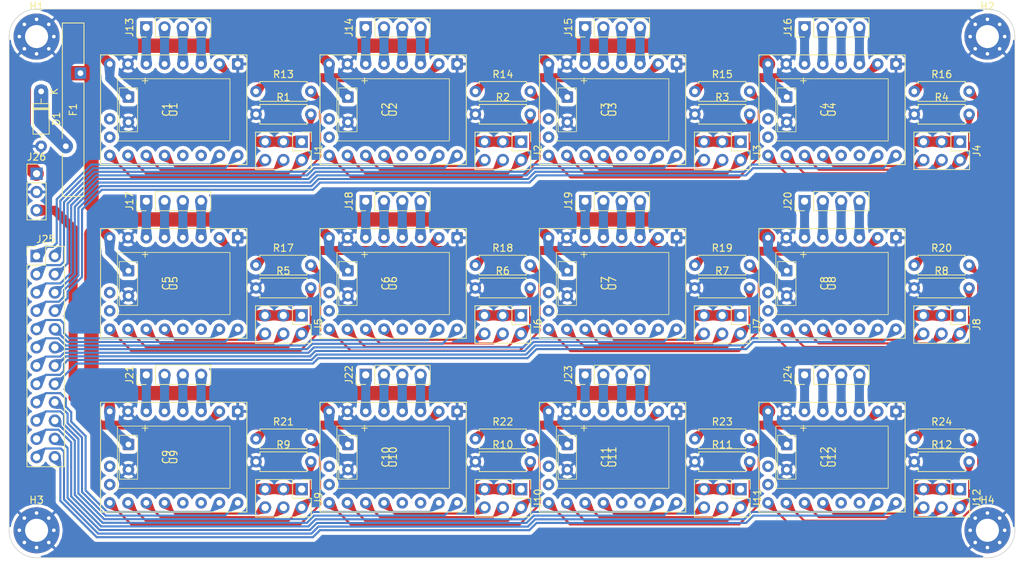
<source format=kicad_pcb>
(kicad_pcb (version 20240108) (generator "pcbnew") (generator_version "8.0")
  (layers (0 "F.Cu" power) (31 "B.Cu" signal) (36 "B.SilkS" user "B.Silkscreen") (37 "F.SilkS" user "F.Silkscreen") (38 "B.Mask" user) (39 "F.Mask" user) (44 "Edge.Cuts" user))
  (net 0 "")
  (net 1 "GND")
  (net 2 "/+12V")
  (net 3 "Net-(D1-K)")
  (net 4 "Net-(J1-Pin_2)")
  (net 5 "Net-(J1-Pin_4)")
  (net 6 "Net-(J2-Pin_2)")
  (net 7 "Net-(J2-Pin_4)")
  (net 8 "Net-(J3-Pin_4)")
  (net 9 "Net-(J3-Pin_2)")
  (net 10 "Net-(J4-Pin_4)")
  (net 11 "Net-(J4-Pin_2)")
  (net 12 "Net-(J5-Pin_2)")
  (net 13 "Net-(J5-Pin_4)")
  (net 14 "Net-(J6-Pin_2)")
  (net 15 "Net-(J6-Pin_4)")
  (net 16 "Net-(J7-Pin_2)")
  (net 17 "Net-(J7-Pin_4)")
  (net 18 "Net-(J8-Pin_2)")
  (net 19 "Net-(J8-Pin_4)")
  (net 20 "Net-(J9-Pin_2)")
  (net 21 "Net-(J9-Pin_4)")
  (net 22 "Net-(J10-Pin_2)")
  (net 23 "Net-(J10-Pin_4)")
  (net 24 "Net-(J11-Pin_4)")
  (net 25 "Net-(J11-Pin_2)")
  (net 26 "Net-(J12-Pin_2)")
  (net 27 "Net-(J12-Pin_4)")
  (net 28 "/ST4_STP")
  (net 29 "/ST1_STP")
  (net 30 "/ST7_DIR")
  (net 31 "+5V")
  (net 32 "/ST11_DIR")
  (net 33 "/ST3_STP")
  (net 34 "/ST5_DIR")
  (net 35 "/ST10_DIR")
  (net 36 "/ST2_DIR")
  (net 37 "/ST1_DIR")
  (net 38 "/ST12_DIR")
  (net 39 "/ST10_STP")
  (net 40 "/ST8_DIR")
  (net 41 "/ST11_STP")
  (net 42 "/ST6_STP")
  (net 43 "/ST4_DIR")
  (net 44 "/ST3_DIR")
  (net 45 "/ST9_DIR")
  (net 46 "/ST5_STP")
  (net 47 "/ST12_STP")
  (net 48 "/ST9_STP")
  (net 49 "/ST2_STP")
  (net 50 "/ST7_STP")
  (net 51 "/ST6_DIR")
  (net 52 "/ST8_STP")
  (net 101 "Net-(J1-Pin_6)")
  (net 102 "Net-(J2-Pin_6)")
  (net 103 "Net-(J3-Pin_6)")
  (net 104 "Net-(J4-Pin_6)")
  (net 105 "Net-(J5-Pin_6)")
  (net 106 "Net-(J6-Pin_6)")
  (net 107 "Net-(J7-Pin_6)")
  (net 108 "Net-(J8-Pin_6)")
  (net 109 "Net-(J9-Pin_6)")
  (net 110 "Net-(J10-Pin_6)")
  (net 111 "Net-(J11-Pin_6)")
  (net 112 "Net-(J12-Pin_6)")
  (net 113 "Net-(J13-Pin_2)")
  (net 114 "Net-(J13-Pin_3)")
  (net 115 "Net-(J13-Pin_4)")
  (net 116 "Net-(J13-Pin_1)")
  (net 117 "Net-(J14-Pin_3)")
  (net 118 "Net-(J14-Pin_1)")
  (net 119 "Net-(J14-Pin_2)")
  (net 120 "Net-(J14-Pin_4)")
  (net 121 "Net-(J15-Pin_1)")
  (net 122 "Net-(J15-Pin_3)")
  (net 123 "Net-(J15-Pin_4)")
  (net 124 "Net-(J15-Pin_2)")
  (net 125 "Net-(J16-Pin_1)")
  (net 126 "Net-(J16-Pin_4)")
  (net 127 "Net-(J16-Pin_2)")
  (net 128 "Net-(J16-Pin_3)")
  (net 129 "Net-(J17-Pin_1)")
  (net 130 "Net-(J17-Pin_3)")
  (net 131 "Net-(J17-Pin_4)")
  (net 132 "Net-(J17-Pin_2)")
  (net 133 "Net-(J18-Pin_3)")
  (net 134 "Net-(J18-Pin_1)")
  (net 135 "Net-(J18-Pin_4)")
  (net 136 "Net-(J18-Pin_2)")
  (net 137 "Net-(J19-Pin_3)")
  (net 138 "Net-(J19-Pin_4)")
  (net 139 "Net-(J19-Pin_2)")
  (net 140 "Net-(J19-Pin_1)")
  (net 141 "Net-(J20-Pin_3)")
  (net 142 "Net-(J20-Pin_4)")
  (net 143 "Net-(J20-Pin_2)")
  (net 144 "Net-(J20-Pin_1)")
  (net 145 "Net-(J21-Pin_4)")
  (net 146 "Net-(J21-Pin_2)")
  (net 147 "Net-(J21-Pin_1)")
  (net 148 "Net-(J21-Pin_3)")
  (net 149 "Net-(J22-Pin_2)")
  (net 150 "Net-(J22-Pin_3)")
  (net 151 "Net-(J22-Pin_4)")
  (net 152 "Net-(J22-Pin_1)")
  (net 153 "Net-(J23-Pin_4)")
  (net 154 "Net-(J23-Pin_2)")
  (net 155 "Net-(J23-Pin_3)")
  (net 156 "Net-(J23-Pin_1)")
  (net 157 "Net-(J24-Pin_4)")
  (net 158 "Net-(J24-Pin_3)")
  (net 159 "Net-(J24-Pin_1)")
  (net 160 "Net-(J24-Pin_2)")
  (net 161 "Net-(U1-~{EN})")
  (net 162 "Net-(U2-~{EN})")
  (net 163 "Net-(U3-~{EN})")
  (net 164 "Net-(U4-~{EN})")
  (net 165 "Net-(U5-~{EN})")
  (net 166 "Net-(U6-~{EN})")
  (net 167 "Net-(U7-~{EN})")
  (net 168 "Net-(U8-~{EN})")
  (net 169 "Net-(U9-~{EN})")
  (net 170 "Net-(U10-~{EN})")
  (net 171 "Net-(U11-~{EN})")
  (net 172 "Net-(U12-~{EN})")
  (footprint "Capacitors_THT:CP_Radial_D8.0mm_P3.50mm_H12.0mm_Horizontal" (layer "F.Cu") (at 38.1635 87.1358 -90)
    (property "Reference" "C9")
    (property "Value" "100uF" (hide yes))
  )
  (footprint "Connector_PinHeader_2.54mm:PinHeader_1x04_P2.54mm_Vertical" (layer "F.Cu") (at 101.6 77.47 90)
    (property "Reference" "J23")
    (property "Value" "Conn_01x04")
  )
  (footprint "Connector_PinHeader_2.54mm:PinHeader_1x04_P2.54mm_Vertical" (layer "F.Cu") (at 101.6 53.34 90)
    (property "Reference" "J19")
    (property "Value" "Conn_01x04")
  )
  (footprint "Resistor_THT:R_Axial_DIN0207_L6.3mm_D2.5mm_P7.62mm_Horizontal" (layer "F.Cu") (at 147.32 41.275)
    (property "Reference" "R4")
    (property "Value" "100k")
  )
  (footprint "Connector_PinHeader_2.54mm:PinHeader_1x04_P2.54mm_Vertical" (layer "F.Cu") (at 40.64 53.34 90)
    (property "Reference" "J17")
    (property "Value" "Conn_01x04")
  )
  (footprint "Resistor_THT:R_Axial_DIN0207_L6.3mm_D2.5mm_P7.62mm_Horizontal" (layer "F.Cu") (at 55.88 38.1)
    (property "Reference" "R13")
    (property "Value" "10k")
  )
  (footprint "Capacitors_THT:CP_Radial_D8.0mm_P3.50mm_H12.0mm_Horizontal" (layer "F.Cu") (at 68.6435 38.8758 -90)
    (property "Reference" "C2")
    (property "Value" "100uF" (hide yes))
  )
  (footprint "Capacitors_THT:CP_Radial_D8.0mm_P3.50mm_H12.0mm_Horizontal" (layer "F.Cu") (at 99.1235 63.0058 -90)
    (property "Reference" "C7")
    (property "Value" "100uF" (hide yes))
  )
  (footprint "Capacitors_THT:CP_Radial_D8.0mm_P3.50mm_H12.0mm_Horizontal" (layer "F.Cu") (at 99.1235 38.8758 -90)
    (property "Reference" "C3")
    (property "Value" "100uF" (hide yes))
  )
  (footprint "Connector_PinHeader_2.54mm:PinHeader_2x03_P2.54mm_Vertical" (layer "F.Cu") (at 123.175 69.21 -90)
    (property "Reference" "J7")
    (property "Value" "Conn_02x03_Odd_Even")
  )
  (footprint "Connector_PinHeader_2.54mm:PinHeader_1x04_P2.54mm_Vertical" (layer "F.Cu") (at 132.08 53.34 90)
    (property "Reference" "J20")
    (property "Value" "Conn_01x04")
  )
  (footprint "Motor_Driver:MKS_TMC2209" (layer "F.Cu") (at 105.41 40.64 -90)
    (property "Reference" "U3")
    (property "Value" "MKS_TMC2209")
  )
  (footprint "Connector_PinHeader_2.54mm:PinHeader_1x04_P2.54mm_Vertical" (layer "F.Cu") (at 40.64 77.47 90)
    (property "Reference" "J21")
    (property "Value" "Conn_01x04")
  )
  (footprint "Motor_Driver:MKS_TMC2209" (layer "F.Cu") (at 74.93 64.77 -90)
    (property "Reference" "U6")
    (property "Value" "MKS_TMC2209")
  )
  (footprint "Connector_PinHeader_2.54mm:PinHeader_1x03_P2.54mm_Vertical" (layer "F.Cu") (at 25.4 49.53)
    (property "Reference" "J26")
    (property "Value" "Screw_Terminal_01x03")
  )
  (footprint "Connector_PinHeader_2.54mm:PinHeader_2x03_P2.54mm_Vertical" (layer "F.Cu") (at 62.215 69.21 -90)
    (property "Reference" "J5")
    (property "Value" "Conn_02x03_Odd_Even")
  )
  (footprint "MountingHole:MountingHole_3.2mm_M3_Pad_Via" (layer "F.Cu") (at 157.48 30.48)
    (property "Reference" "H2")
    (property "Value" "MountingHole_Pad")
  )
  (footprint "MountingHole:MountingHole_3.2mm_M3_Pad_Via" (layer "F.Cu") (at 157.48 99.06)
    (property "Reference" "H4")
    (property "Value" "MountingHole_Pad")
  )
  (footprint "Connector_PinHeader_2.54mm:PinHeader_2x03_P2.54mm_Vertical" (layer "F.Cu") (at 62.23 45.085 -90)
    (property "Reference" "J1")
    (property "Value" "Conn_02x03_Odd_Even")
  )
  (footprint "Connector_PinHeader_2.54mm:PinHeader_2x03_P2.54mm_Vertical" (layer "F.Cu") (at 153.655 69.21 -90)
    (property "Reference" "J8")
    (property "Value" "Conn_02x03_Odd_Even")
  )
  (footprint "Connector_PinHeader_2.54mm:PinHeader_2x03_P2.54mm_Vertical" (layer "F.Cu") (at 92.695 69.21 -90)
    (property "Reference" "J6")
    (property "Value" "Conn_02x03_Odd_Even")
  )
  (footprint "Resistor_THT:R_Axial_DIN0207_L6.3mm_D2.5mm_P7.62mm_Horizontal" (layer "F.Cu") (at 147.32 38.1)
    (property "Reference" "R16")
    (property "Value" "10k")
  )
  (footprint "Connector_PinHeader_2.54mm:PinHeader_1x04_P2.54mm_Vertical" (layer "F.Cu") (at 40.64 29.21 90)
    (property "Reference" "J13")
    (property "Value" "Conn_01x04")
  )
  (footprint "Motor_Driver:MKS_TMC2209" (layer "F.Cu") (at 44.45 64.77 -90)
    (property "Reference" "U5")
    (property "Value" "MKS_TMC2209")
  )
  (footprint "Motor_Driver:MKS_TMC2209" (layer "F.Cu") (at 135.89 40.64 -90)
    (property "Reference" "U4")
    (property "Value" "MKS_TMC2209")
  )
  (footprint "Connector_PinHeader_2.54mm:PinHeader_2x12_P2.54mm_Vertical" (layer "F.Cu") (at 25.4 60.96)
    (property "Reference" "J25")
    (property "Value" "Conn_02x12_Odd_Even")
  )
  (footprint "Motor_Driver:MKS_TMC2209" (layer "F.Cu") (at 74.93 40.64 -90)
    (property "Reference" "U2")
    (property "Value" "MKS_TMC2209")
  )
  (footprint "Connector_PinHeader_2.54mm:PinHeader_2x03_P2.54mm_Vertical" (layer "F.Cu") (at 153.67 45.085 -90)
    (property "Reference" "J4")
    (property "Value" "Conn_02x03_Odd_Even")
  )
  (footprint "Motor_Driver:MKS_TMC2209" (layer "F.Cu") (at 44.45 40.64 -90)
    (property "Reference" "U1")
    (property "Value" "MKS_TMC2209")
  )
  (footprint "Connector_PinHeader_2.54mm:PinHeader_2x03_P2.54mm_Vertical" (layer "F.Cu") (at 123.19 93.345 -90)
    (property "Reference" "J11")
    (property "Value" "Conn_02x03_Odd_Even")
  )
  (footprint "Capacitors_THT:CP_Radial_D8.0mm_P3.50mm_H12.0mm_Horizontal" (layer "F.Cu") (at 38.1635 38.8758 -90)
    (property "Reference" "C1")
    (property "Value" "100uF" (hide yes))
  )
  (footprint "Motor_Driver:MKS_TMC2209" (layer "F.Cu") (at 105.41 64.77 -90)
    (property "Reference" "U7")
    (property "Value" "MKS_TMC2209")
  )
  (footprint "Fuses_THT:Fuse_Tyco-RUEF900" (layer "F.Cu") (at 30.48 40.64 -90)
    (property "Reference" "F1")
    (property "Value" "Fuse")
  )
  (footprint "Resistor_THT:R_Axial_DIN0207_L6.3mm_D2.5mm_P7.62mm_Horizontal" (layer "F.Cu") (at 116.825 65.4)
    (property "Reference" "R7")
    (property "Value" "100k")
  )
  (footprint "Connector_PinHeader_2.54mm:PinHeader_1x04_P2.54mm_Vertical" (layer "F.Cu") (at 71.12 77.47 90)
    (property "Reference" "J22")
    (property "Value" "Conn_01x04")
  )
  (footprint "Resistor_THT:R_Axial_DIN0207_L6.3mm_D2.5mm_P7.62mm_Horizontal" (layer "F.Cu") (at 55.865 62.225)
    (property "Reference" "R17")
    (property "Value" "10k")
  )
  (footprint "MountingHole:MountingHole_3.2mm_M3_Pad_Via" (layer "F.Cu") (at 25.4 30.48)
    (property "Reference" "H1")
    (property "Value" "MountingHole_Pad")
  )
  (footprint "Capacitors_THT:CP_Radial_D8.0mm_P3.50mm_H12.0mm_Horizontal" (layer "F.Cu") (at 38.1635 63.0058 -90)
    (property "Reference" "C5")
    (property "Value" "100uF" (hide yes))
  )
  (footprint "Motor_Driver:MKS_TMC2209" (layer "F.Cu") (at 44.45 88.9 -90)
    (property "Reference" "U9")
    (property "Value" "MKS_TMC2209")
  )
  (footprint "Connector_PinHeader_2.54mm:PinHeader_1x04_P2.54mm_Vertical" (layer "F.Cu") (at 101.6 29.21 90)
    (property "Reference" "J15")
    (property "Value" "Conn_01x04")
  )
  (footprint "Resistor_THT:R_Axial_DIN0207_L6.3mm_D2.5mm_P7.62mm_Horizontal" (layer "F.Cu") (at 86.36 38.1)
    (property "Reference" "R14")
    (property "Value" "10k")
  )
  (footprint "Resistor_THT:R_Axial_DIN0207_L6.3mm_D2.5mm_P7.62mm_Horizontal" (layer "F.Cu") (at 55.88 41.275)
    (property "Reference" "R1")
    (property "Value" "100k")
  )
  (footprint "MountingHole:MountingHole_3.2mm_M3_Pad_Via" (layer "F.Cu") (at 25.4 99.06)
    (property "Reference" "H3")
    (property "Value" "MountingHole_Pad")
  )
  (footprint "Connector_PinHeader_2.54mm:PinHeader_2x03_P2.54mm_Vertical" (layer "F.Cu") (at 123.19 45.085 -90)
    (property "Reference" "J3")
    (property "Value" "Conn_02x03_Odd_Even")
  )
  (footprint "Resistor_THT:R_Axial_DIN0207_L6.3mm_D2.5mm_P7.62mm_Horizontal" (layer "F.Cu") (at 86.345 65.4)
    (property "Reference" "R6")
    (property "Value" "100k")
  )
  (footprint "Connector_PinHeader_2.54mm:PinHeader_2x03_P2.54mm_Vertical" (layer "F.Cu") (at 92.71 45.085 -90)
    (property "Reference" "J2")
    (property "Value" "Conn_02x03_Odd_Even")
  )
  (footprint "Resistor_THT:R_Axial_DIN0207_L6.3mm_D2.5mm_P7.62mm_Horizontal" (layer "F.Cu") (at 116.84 89.535)
    (property "Reference" "R11")
    (property "Value" "100k")
  )
  (footprint "Motor_Driver:MKS_TMC2209" (layer "F.Cu") (at 74.93 88.9 -90)
    (property "Reference" "U10")
    (property "Value" "MKS_TMC2209")
  )
  (footprint "Resistor_THT:R_Axial_DIN0207_L6.3mm_D2.5mm_P7.62mm_Horizontal" (layer "F.Cu") (at 55.865 65.4)
    (property "Reference" "R5")
    (property "Value" "100k")
  )
  (footprint "Connector_PinHeader_2.54mm:PinHeader_1x04_P2.54mm_Vertical" (layer "F.Cu") (at 71.12 53.34 90)
    (property "Reference" "J18")
    (property "Value" "Conn_01x04")
  )
  (footprint "Connector_PinHeader_2.54mm:PinHeader_2x03_P2.54mm_Vertical" (layer "F.Cu") (at 62.23 93.345 -90)
    (property "Reference" "J9")
    (property "Value" "Conn_02x03_Odd_Even")
  )
  (footprint "Capacitors_THT:CP_Radial_D8.0mm_P3.50mm_H12.0mm_Horizontal" (layer "F.Cu") (at 129.6035 87.1358 -90)
    (property "Reference" "C12")
    (property "Value" "100uF" (hide yes))
  )
  (footprint "Resistor_THT:R_Axial_DIN0207_L6.3mm_D2.5mm_P7.62mm_Horizontal" (layer "F.Cu") (at 147.32 89.535)
    (property "Reference" "R12")
    (property "Value" "100k")
  )
  (footprint "Resistor_THT:R_Axial_DIN0207_L6.3mm_D2.5mm_P7.62mm_Horizontal" (layer "F.Cu") (at 147.32 86.36)
    (property "Reference" "R24")
    (property "Value" "10k")
  )
  (footprint "Capacitors_THT:CP_Radial_D8.0mm_P3.50mm_H12.0mm_Horizontal" (layer "F.Cu") (at 129.6035 38.8758 -90)
    (property "Reference" "C4")
    (property "Value" "100uF" (hide yes))
  )
  (footprint "Resistor_THT:R_Axial_DIN0207_L6.3mm_D2.5mm_P7.62mm_Horizontal" (layer "F.Cu") (at 116.84 41.275)
    (property "Reference" "R3")
    (property "Value" "100k")
  )
  (footprint "Resistor_THT:R_Axial_DIN0207_L6.3mm_D2.5mm_P7.62mm_Horizontal" (layer "F.Cu") (at 55.88 89.535)
    (property "Reference" "R9")
    (property "Value" "100k")
  )
  (footprint "Resistor_THT:R_Axial_DIN0207_L6.3mm_D2.5mm_P7.62mm_Horizontal" (layer "F.Cu") (at 55.88 86.36)
    (property "Reference" "R21")
    (property "Value" "10k")
  )
  (footprint "Connector_PinHeader_2.54mm:PinHeader_2x03_P2.54mm_Vertical" (layer "F.Cu") (at 92.71 93.345 -90)
    (property "Reference" "J10")
    (property "Value" "Conn_02x03_Odd_Even")
  )
  (footprint "Capacitors_THT:CP_Radial_D8.0mm_P3.50mm_H12.0mm_Horizontal" (layer "F.Cu") (at 68.6435 87.1358 -90)
    (property "Reference" "C10")
    (property "Value" "100uF" (hide yes))
  )
  (footprint "Resistor_THT:R_Axial_DIN0207_L6.3mm_D2.5mm_P7.62mm_Horizontal" (layer "F.Cu") (at 147.305 65.4)
    (property "Reference" "R8")
    (property "Value" "100k")
  )
  (footprint "Resistor_THT:R_Axial_DIN0207_L6.3mm_D2.5mm_P7.62mm_Horizontal" (layer "F.Cu") (at 86.36 86.36)
    (property "Reference" "R22")
    (property "Value" "10k")
  )
  (footprint "Connector_PinHeader_2.54mm:PinHeader_1x04_P2.54mm_Vertical" (layer "F.Cu") (at 71.12 29.21 90)
    (property "Reference" "J14")
    (property "Value" "Conn_01x04")
  )
  (footprint "Capacitors_THT:CP_Radial_D8.0mm_P3.50mm_H12.0mm_Horizontal" (layer "F.Cu") (at 99.1235 87.1358 -90)
    (property "Reference" "C11")
    (property "Value" "100uF" (hide yes))
  )
  (footprint "Capacitors_THT:CP_Radial_D8.0mm_P3.50mm_H12.0mm_Horizontal" (layer "F.Cu") (at 129.6035 63.0058 -90)
    (property "Reference" "C8")
    (property "Value" "100uF" (hide yes))
  )
  (footprint "Motor_Driver:MKS_TMC2209" (layer "F.Cu") (at 135.89 64.77 -90)
    (property "Reference" "U8")
    (property "Value" "MKS_TMC2209")
  )
  (footprint "Connector_PinHeader_2.54mm:PinHeader_1x04_P2.54mm_Vertical" (layer "F.Cu") (at 132.08 77.47 90)
    (property "Reference" "J24")
    (property "Value" "Conn_01x04")
  )
  (footprint "Motor_Driver:MKS_TMC2209" (layer "F.Cu") (at 105.41 88.9 -90)
    (property "Reference" "U11")
    (property "Value" "MKS_TMC2209")
  )
  (footprint "Resistor_THT:R_Axial_DIN0207_L6.3mm_D2.5mm_P7.62mm_Horizontal" (layer "F.Cu") (at 86.345 62.225)
    (property "Reference" "R18")
    (property "Value" "10k")
  )
  (footprint "Capacitors_THT:CP_Radial_D8.0mm_P3.50mm_H12.0mm_Horizontal" (layer "F.Cu") (at 68.6435 63.0058 -90)
    (property "Reference" "C6")
    (property "Value" "100uF" (hide yes))
  )
  (footprint "Resistor_THT:R_Axial_DIN0207_L6.3mm_D2.5mm_P7.62mm_Horizontal" (layer "F.Cu") (at 86.36 89.535)
    (property "Reference" "R10")
    (property "Value" "100k")
  )
  (footprint "Diode_THT:D_DO-35_SOD27_P7.62mm_Horizontal" (layer "F.Cu") (at 26.035 38.1 -90)
    (property "Reference" "D1")
    (property "Value" "D")
  )
  (footprint "Resistor_THT:R_Axial_DIN0207_L6.3mm_D2.5mm_P7.62mm_Horizontal" (layer "F.Cu") (at 116.825 62.225)
    (property "Reference" "R19")
    (property "Value" "10k")
  )
  (footprint "Resistor_THT:R_Axial_DIN0207_L6.3mm_D2.5mm_P7.62mm_Horizontal" (layer "F.Cu") (at 147.305 62.225)
    (property "Reference" "R20")
    (property "Value" "10k")
  )
  (footprint "Resistor_THT:R_Axial_DIN0207_L6.3mm_D2.5mm_P7.62mm_Horizontal" (layer "F.Cu") (at 86.36 41.275)
    (property "Reference" "R2")
    (property "Value" "100k")
  )
  (footprint "Resistor_THT:R_Axial_DIN0207_L6.3mm_D2.5mm_P7.62mm_Horizontal" (layer "F.Cu") (at 116.84 38.1)
    (property "Reference" "R15")
    (property "Value" "10k")
  )
  (footprint "Motor_Driver:MKS_TMC2209" (layer "F.Cu") (at 135.89 88.9 -90)
    (property "Reference" "U12")
    (property "Value" "MKS_TMC2209")
  )
  (footprint "Connector_PinHeader_2.54mm:PinHeader_2x03_P2.54mm_Vertical" (layer "F.Cu") (at 153.67 93.345 -90)
    (property "Reference" "J12")
    (property "Value" "Conn_02x03_Odd_Even")
  )
  (footprint "Resistor_THT:R_Axial_DIN0207_L6.3mm_D2.5mm_P7.62mm_Horizontal" (layer "F.Cu") (at 116.84 86.36)
    (property "Reference" "R23")
    (property "Value" "10k")
  )
  (footprint "Connector_PinHeader_2.54mm:PinHeader_1x04_P2.54mm_Vertical" (layer "F.Cu") (at 132.08 29.21 90)
    (property "Reference" "J16")
    (property "Value" "Conn_01x04")
  )
  (gr_line (start 157.48 26.67) (end 25.4 26.67) (stroke (width 0.1)) (layer "Edge.Cuts"))
  (gr_arc (start 157.48 26.67) (mid 160.174077 27.785923) (end 161.29 30.48) (stroke (width 0.1)) (layer "Edge.Cuts"))
  (gr_line (start 25.4 102.87) (end 157.48 102.87) (stroke (width 0.1)) (layer "Edge.Cuts"))
  (gr_arc (start 25.4 102.87) (mid 22.705923 101.754077) (end 21.59 99.06) (stroke (width 0.1)) (layer "Edge.Cuts"))
  (gr_line (start 21.59 30.48) (end 21.59 99.06) (stroke (width 0.1)) (layer "Edge.Cuts"))
  (gr_line (start 161.29 99.06) (end 161.29 30.48) (stroke (width 0.1)) (layer "Edge.Cuts"))
  (gr_arc (start 161.29 99.06) (mid 160.174077 101.754077) (end 157.48 102.87) (stroke (width 0.1)) (layer "Edge.Cuts"))
  (gr_arc (start 21.59 30.48) (mid 22.705923 27.785923) (end 25.4 26.67) (stroke (width 0.1)) (layer "Edge.Cuts"))
  (segment (start 63.5 55.88) (end 65.8135 55.88) (width 2) (layer "F.Cu") (net 2))
  (segment (start 33.02 33.02) (end 33.02 35.56) (width 2) (layer "F.Cu") (net 2))
  (segment (start 66.04 58.42) (end 63.5 55.88) (width 1.25) (layer "F.Cu") (net 2))
  (segment (start 93.98 80.01) (end 96.52 82.55) (width 1.25) (layer "F.Cu") (net 2))
  (segment (start 33.015 35.565) (end 33.02 35.56) (width 2) (layer "F.Cu") (net 2))
  (segment (start 33.02 35.56) (end 33.02 53.848) (width 2) (layer "F.Cu") (net 2))
  (segment (start 25.313848 35.565) (end 24.887 35.565) (width 2) (layer "F.Cu") (net 2))
  (segment (start 65.8135 55.88) (end 93.98 55.88) (width 2) (layer "F.Cu") (net 2))
  (segment (start 95.8692 31.75) (end 124.46 31.75) (width 2) (layer "F.Cu") (net 2))
  (segment (start 93.98 31.75) (end 95.8692 31.75) (width 2) (layer "F.Cu") (net 2))
  (segment (start 33.02 57.912) (end 33.02 77.724) (width 2) (layer "F.Cu") (net 2))
  (segment (start 35.56 80.01) (end 63.5 80.01) (width 2) (layer "F.Cu") (net 2))
  (segment (start 33.02 77.724) (end 35.306 80.01) (width 2) (layer "F.Cu") (net 2))
  (segment (start 65.3892 80.01) (end 93.98 80.01) (width 2) (layer "F.Cu") (net 2))
  (segment (start 31.495 35.565) (end 33.015 35.565) (width 2) (layer "F.Cu") (net 2))
  (segment (start 34.29 31.75) (end 33.02 33.02) (width 2) (layer "F.Cu") (net 2))
  (segment (start 35.56 58.42) (end 34.036 56.896) (width 1.25) (layer "F.Cu") (net 2))
  (segment (start 35.56 82.55) (end 35.56 80.01) (width 1.25) (layer "F.Cu") (net 2))
  (segment (start 63.5 80.01) (end 65.3892 80.01) (width 2) (layer "F.Cu") (net 2))
  (segment (start 34.036 56.896) (end 33.02 57.912) (width 2) (layer "F.Cu") (net 2))
  (segment (start 31.495 35.565) (end 25.395 35.565) (width 2) (layer "F.Cu") (net 2))
  (segment (start 35.56 34.29) (end 33.655 32.385) (width 1.25) (layer "F.Cu") (net 2))
  (segment (start 62.92 31.75) (end 34.29 31.75) (width 2) (layer "F.Cu") (net 2))
  (segment (start 62.92 31.75) (end 93.98 31.75) (width 2) (layer "F.Cu") (net 2))
  (segment (start 96.52 34.29) (end 93.98 31.75) (width 1.25) (layer "F.Cu") (net 2))
  (segment (start 63.5 31.75) (end 62.92 31.75) (width 1.25) (layer "F.Cu") (net 2))
  (segment (start 24.887 35.565) (end 23.622 36.83) (width 2) (layer "F.Cu") (net 2))
  (segment (start 35.306 80.01) (end 35.56 80.01) (width 2) (layer "F.Cu") (net 2))
  (segment (start 23.622 47.752) (end 25.4 49.53) (width 2) (layer "F.Cu") (net 2))
  (segment (start 124.46 31.75) (end 127 34.29) (width 2) (layer "F.Cu") (net 2))
  (segment (start 124.46 55.88) (end 127 58.42) (width 2) (layer "F.Cu") (net 2))
  (segment (start 93.98 55.88) (end 124.46 55.88) (width 2) (layer "F.Cu") (net 2))
  (segment (start 66.04 34.29) (end 63.5 31.75) (width 1.25) (layer "F.Cu") (net 2))
  (segment (start 35.052 55.88) (end 34.036 56.896) (width 2) (layer "F.Cu") (net 2))
  (segment (start 23.622 36.83) (end 23.622 47.752) (width 2) (layer "F.Cu") (net 2))
  (segment (start 93.98 80.01) (end 124.46 80.01) (width 2) (layer "F.Cu") (net 2))
  (segment (start 33.02 53.848) (end 35.052 55.88) (width 2) (layer "F.Cu") (net 2))
  (segment (start 66.04 82.55) (end 63.5 80.01) (width 1.25) (layer "F.Cu") (net 2))
  (segment (start 96.52 58.42) (end 93.98 55.88) (width 1.25) (layer "F.Cu") (net 2))
  (segment (start 35.052 55.88) (end 63.5 55.88) (width 2) (layer "F.Cu") (net 2))
  (segment (start 124.46 80.01) (end 127 82.55) (width 2) (layer "F.Cu") (net 2))
  (segment (start 128.5624 61.9644) (end 129.604 63.0058) (width 1.25) (layer "B.Cu") (net 2))
  (segment (start 66.04 58.42) (end 66.04 60.4023) (width 1.25) (layer "B.Cu") (net 2))
  (segment (start 128.5624 86.0944) (end 129.604 87.1358) (width 1.25) (layer "B.Cu") (net 2))
  (segment (start 66.04 36.2723) (end 68.6435 38.8758) (width 1.25) (layer "B.Cu") (net 2))
  (segment (start 128.5624 37.8344) (end 129.6035 38.8755) (width 1.25) (layer "B.Cu") (net 2))
  (segment (start 127 34.29) (end 127 36.2723) (width 1.25) (layer "B.Cu") (net 2))
  (segment (start 127 36.2723) (end 128.5624 37.8344) (width 1.25) (layer "B.Cu") (net 2))
  (segment (start 127 58.42) (end 127 60.4023) (width 1.25) (layer "B.Cu") (net 2))
  (segment (start 96.52 82.55) (end 96.52 84.5323) (width 1.25) (layer "B.Cu") (net 2))
  (segment (start 127 60.4023) (end 128.5624 61.9644) (width 1.25) (layer "B.Cu") (net 2))
  (segment (start 66.04 60.4023) (end 68.6435 63.0058) (width 1.25) (layer "B.Cu") (net 2))
  (segment (start 128.5624 61.9644) (end 129.6035 63.0055) (width 1.25) (layer "B.Cu") (net 2))
  (segment (start 35.56 58.42) (end 35.56 60.4023) (width 1.25) (layer "B.Cu") (net 2))
  (segment (start 35.56 60.4023) (end 38.1635 63.0058) (width 1.25) (layer "B.Cu") (net 2))
  (segment (start 35.56 34.29) (end 35.56 36.2723) (width 1.25) (layer "B.Cu") (net 2))
  (segment (start 128.5624 86.0944) (end 129.6035 87.1355) (width 1.25) (layer "B.Cu") (net 2))
  (segment (start 128.5624 37.8344) (end 129.604 38.8758) (width 1.25) (layer "B.Cu") (net 2))
  (segment (start 66.04 34.29) (end 66.04 36.2723) (width 1.25) (layer "B.Cu") (net 2))
  (segment (start 96.52 84.5323) (end 99.1235 87.1358) (width 1.25) (layer "B.Cu") (net 2))
  (segment (start 35.56 82.55) (end 35.56 84.5323) (width 1.25) (layer "B.Cu") (net 2))
  (segment (start 127 82.55) (end 127 84.5323) (width 1.25) (layer "B.Cu") (net 2))
  (segment (start 35.56 84.5323) (end 38.1635 87.1358) (width 1.25) (layer "B.Cu") (net 2))
  (segment (start 66.04 82.55) (end 66.04 84.5323) (width 1.25) (layer "B.Cu") (net 2))
  (segment (start 35.56 36.2723) (end 38.1635 38.8758) (width 1.25) (layer "B.Cu") (net 2))
  (segment (start 127 84.5323) (end 128.5624 86.0944) (width 1.25) (layer "B.Cu") (net 2))
  (segment (start 96.52 34.29) (end 96.52 36.2723) (width 1.25) (layer "B.Cu") (net 2))
  (segment (start 96.52 60.4023) (end 99.1235 63.0058) (width 1.25) (layer "B.Cu") (net 2))
  (segment (start 96.52 58.42) (end 96.52 60.4023) (width 1.25) (layer "B.Cu") (net 2))
  (segment (start 96.52 36.2723) (end 99.1235 38.8758) (width 1.25) (layer "B.Cu") (net 2))
  (segment (start 66.04 84.5323) (end 68.6435 87.1358) (width 1.25) (layer "B.Cu") (net 2))
  (segment (start 26.035 38.1) (end 26.035 42.285) (width 2) (layer "B.Cu") (net 3))
  (segment (start 26.035 42.285) (end 29.465 45.715) (width 2) (layer "B.Cu") (net 3))
  (segment (start 60.38 49.475) (end 40.585 49.475) (width 0.3) (layer "F.Cu") (net 4))
  (segment (start 40.585 49.475) (end 38.1 46.99) (width 0.3) (layer "F.Cu") (net 4))
  (segment (start 63.5 41.275) (end 63.5 46.355) (width 0.3) (layer "F.Cu") (net 4))
  (segment (start 63.5 46.355) (end 62.23 47.625) (width 0.3) (layer "F.Cu") (net 4))
  (segment (start 62.23 47.625) (end 60.38 49.475) (width 0.3) (layer "F.Cu") (net 4))
  (segment (start 59.69 47.625) (end 58.34 48.975) (width 0.3) (layer "F.Cu") (net 5))
  (segment (start 58.34 48.975) (end 42.625 48.975) (width 0.3) (layer "F.Cu") (net 5))
  (segment (start 42.625 48.975) (end 40.64 46.99) (width 0.3) (layer "F.Cu") (net 5))
  (segment (start 93.98 46.355) (end 92.71 47.625) (width 0.3) (layer "F.Cu") (net 6))
  (segment (start 71.065 49.475) (end 68.58 46.99) (width 0.3) (layer "F.Cu") (net 6))
  (segment (start 93.98 41.275) (end 93.98 46.355) (width 0.3) (layer "F.Cu") (net 6))
  (segment (start 90.86 49.475) (end 71.065 49.475) (width 0.3) (layer "F.Cu") (net 6))
  (segment (start 92.71 47.625) (end 90.86 49.475) (width 0.3) (layer "F.Cu") (net 6))
  (segment (start 73.105 48.975) (end 71.12 46.99) (width 0.3) (layer "F.Cu") (net 7))
  (segment (start 88.82 48.975) (end 73.105 48.975) (width 0.3) (layer "F.Cu") (net 7))
  (segment (start 90.17 47.625) (end 88.82 48.975) (width 0.3) (layer "F.Cu") (net 7))
  (segment (start 120.65 47.625) (end 119.3 48.975) (width 0.3) (layer "F.Cu") (net 8))
  (segment (start 103.585 48.975) (end 101.6 46.99) (width 0.3) (layer "F.Cu") (net 8))
  (segment (start 119.3 48.975) (end 103.585 48.975) (width 0.3) (layer "F.Cu") (net 8))
  (segment (start 124.46 46.355) (end 123.19 47.625) (width 0.3) (layer "F.Cu") (net 9))
  (segment (start 101.545 49.475) (end 99.06 46.99) (width 0.3) (layer "F.Cu") (net 9))
  (segment (start 123.19 47.625) (end 121.34 49.475) (width 0.3) (layer "F.Cu") (net 9))
  (segment (start 121.34 49.475) (end 101.545 49.475) (width 0.3) (layer "F.Cu") (net 9))
  (segment (start 124.46 41.275) (end 124.46 46.355) (width 0.3) (layer "F.Cu") (net 9))
  (segment (start 151.13 47.625) (end 149.78 48.975) (width 0.3) (layer "F.Cu") (net 10))
  (segment (start 149.78 48.975) (end 134.065 48.975) (width 0.3) (layer "F.Cu") (net 10))
  (segment (start 134.065 48.975) (end 132.08 46.99) (width 0.3) (layer "F.Cu") (net 10))
  (segment (start 154.94 41.275) (end 154.94 46.355) (width 0.3) (layer "F.Cu") (net 11))
  (segment (start 151.82 49.475) (end 132.025 49.475) (width 0.3) (layer "F.Cu") (net 11))
  (segment (start 132.025 49.475) (end 129.54 46.99) (width 0.3) (layer "F.Cu") (net 11))
  (segment (start 154.94 46.355) (end 153.67 47.625) (width 0.3) (layer "F.Cu") (net 11))
  (segment (start 153.67 47.625) (end 151.82 49.475) (width 0.3) (layer "F.Cu") (net 11))
  (segment (start 63.485 70.48) (end 62.215 71.75) (width 0.3) (layer "F.Cu") (net 12))
  (segment (start 60.365 73.6) (end 40.58 73.6) (width 0.3) (layer "F.Cu") (net 12))
  (segment (start 63.485 65.4) (end 63.485 70.48) (width 0.3) (layer "F.Cu") (net 12))
  (segment (start 62.215 71.75) (end 60.365 73.6) (width 0.3) (layer "F.Cu") (net 12))
  (segment (start 40.58 73.6) (end 38.1 71.12) (width 0.3) (layer "F.Cu") (net 12))
  (segment (start 59.675 71.75) (end 58.325 73.1) (width 0.3) (layer "F.Cu") (net 13))
  (segment (start 58.325 73.1) (end 42.62 73.1) (width 0.3) (layer "F.Cu") (net 13))
  (segment (start 42.62 73.1) (end 40.64 71.12) (width 0.3) (layer "F.Cu") (net 13))
  (segment (start 92.695 71.75) (end 90.845 73.6) (width 0.3) (layer "F.Cu") (net 14))
  (segment (start 93.965 65.4) (end 93.965 70.48) (width 0.3) (layer "F.Cu") (net 14))
  (segment (start 71.06 73.6) (end 68.58 71.12) (width 0.3) (layer "F.Cu") (net 14))
  (segment (start 93.965 70.48) (end 92.695 71.75) (width 0.3) (layer "F.Cu") (net 14))
  (segment (start 90.845 73.6) (end 71.06 73.6) (width 0.3) (layer "F.Cu") (net 14))
  (segment (start 88.805 73.1) (end 73.1 73.1) (width 0.3) (layer "F.Cu") (net 15))
  (segment (start 90.155 71.75) (end 88.805 73.1) (width 0.3) (layer "F.Cu") (net 15))
  (segment (start 73.1 73.1) (end 71.12 71.12) (width 0.3) (layer "F.Cu") (net 15))
  (segment (start 121.325 73.6) (end 101.54 73.6) (width 0.3) (layer "F.Cu") (net 16))
  (segment (start 124.445 70.48) (end 123.175 71.75) (width 0.3) (layer "F.Cu") (net 16))
  (segment (start 124.445 65.4) (end 124.445 70.48) (width 0.3) (layer "F.Cu") (net 16))
  (segment (start 123.175 71.75) (end 121.325 73.6) (width 0.3) (layer "F.Cu") (net 16))
  (segment (start 101.54 73.6) (end 99.06 71.12) (width 0.3) (layer "F.Cu") (net 16))
  (segment (start 103.58 73.1) (end 101.6 71.12) (width 0.3) (layer "F.Cu") (net 17))
  (segment (start 120.635 71.75) (end 119.285 73.1) (width 0.3) (layer "F.Cu") (net 17))
  (segment (start 119.285 73.1) (end 103.58 73.1) (width 0.3) (layer "F.Cu") (net 17))
  (segment (start 153.655 71.75) (end 151.805 73.6) (width 0.3) (layer "F.Cu") (net 18))
  (segment (start 132.02 73.6) (end 129.54 71.12) (width 0.3) (layer "F.Cu") (net 18))
  (segment (start 151.805 73.6) (end 132.02 73.6) (width 0.3) (layer "F.Cu") (net 18))
  (segment (start 154.925 65.4) (end 154.925 70.48) (width 0.3) (layer "F.Cu") (net 18))
  (segment (start 154.925 70.48) (end 153.655 71.75) (width 0.3) (layer "F.Cu") (net 18))
  (segment (start 134.06 73.1) (end 132.08 71.12) (width 0.3) (layer "F.Cu") (net 19))
  (segment (start 149.765 73.1) (end 134.06 73.1) (width 0.3) (layer "F.Cu") (net 19))
  (segment (start 151.115 71.75) (end 149.765 73.1) (width 0.3) (layer "F.Cu") (net 19))
  (segment (start 62.23 95.885) (end 60.38 97.735) (width 0.3) (layer "F.Cu") (net 20))
  (segment (start 63.5 94.615) (end 62.23 95.885) (width 0.3) (layer "F.Cu") (net 20))
  (segment (start 60.38 97.735) (end 40.585 97.735) (width 0.3) (layer "F.Cu") (net 20))
  (segment (start 63.5 89.535) (end 63.5 94.615) (width 0.3) (layer "F.Cu") (net 20))
  (segment (start 40.585 97.735) (end 38.1 95.25) (width 0.3) (layer "F.Cu") (net 20))
  (segment (start 58.34 97.235) (end 42.625 97.235) (width 0.3) (layer "F.Cu") (net 21))
  (segment (start 59.69 95.885) (end 58.34 97.235) (width 0.3) (layer "F.Cu") (net 21))
  (segment (start 42.625 97.235) (end 40.64 95.25) (width 0.3) (layer "F.Cu") (net 21))
  (segment (start 93.98 94.615) (end 92.71 95.885) (width 0.3) (layer "F.Cu") (net 22))
  (segment (start 92.71 95.885) (end 90.86 97.735) (width 0.3) (layer "F.Cu") (net 22))
  (segment (start 93.98 89.535) (end 93.98 94.615) (width 0.3) (layer "F.Cu") (net 22))
  (segment (start 90.86 97.735) (end 71.065 97.735) (width 0.3) (layer "F.Cu") (net 22))
  (segment (start 71.065 97.735) (end 68.58 95.25) (width 0.3) (layer "F.Cu") (net 22))
  (segment (start 90.17 95.885) (end 88.82 97.235) (width 0.3) (layer "F.Cu") (net 23))
  (segment (start 73.105 97.235) (end 71.12 95.25) (width 0.3) (layer "F.Cu") (net 23))
  (segment (start 88.82 97.235) (end 73.105 97.235) (width 0.3) (layer "F.Cu") (net 23))
  (segment (start 120.65 95.885) (end 119.3 97.235) (width 0.3) (layer "F.Cu") (net 24))
  (segment (start 119.3 97.235) (end 103.585 97.235) (width 0.3) (layer "F.Cu") (net 24))
  (segment (start 103.585 97.235) (end 101.6 95.25) (width 0.3) (layer "F.Cu") (net 24))
  (segment (start 121.34 97.735) (end 101.545 97.735) (width 0.3) (layer "F.Cu") (net 25))
  (segment (start 124.46 89.535) (end 124.46 94.615) (width 0.3) (layer "F.Cu") (net 25))
  (segment (start 123.19 95.885) (end 121.34 97.735) (width 0.3) (layer "F.Cu") (net 25))
  (segment (start 124.46 94.615) (end 123.19 95.885) (width 0.3) (layer "F.Cu") (net 25))
  (segment (start 101.545 97.735) (end 99.06 95.25) (width 0.3) (layer "F.Cu") (net 25))
  (segment (start 154.94 94.615) (end 153.67 95.885) (width 0.3) (layer "F.Cu") (net 26))
  (segment (start 151.82 97.735) (end 132.025 97.735) (width 0.3) (layer "F.Cu") (net 26))
  (segment (start 153.67 95.885) (end 151.82 97.735) (width 0.3) (layer "F.Cu") (net 26))
  (segment (start 132.025 97.735) (end 129.54 95.25) (width 0.3) (layer "F.Cu") (net 26))
  (segment (start 154.94 89.535) (end 154.94 94.615) (width 0.3) (layer "F.Cu") (net 26))
  (segment (start 134.065 97.235) (end 132.08 95.25) (width 0.3) (layer "F.Cu") (net 27))
  (segment (start 151.13 95.885) (end 149.78 97.235) (width 0.3) (layer "F.Cu") (net 27))
  (segment (start 149.78 97.235) (end 134.065 97.235) (width 0.3) (layer "F.Cu") (net 27))
  (segment (start 63.582428 51.26) (end 34.262636 51.26) (width 0.3) (layer "B.Cu") (net 28))
  (segment (start 140.97 48.26) (end 124.714 48.26) (width 0.3) (layer "B.Cu") (net 28))
  (segment (start 93.671243 50.26) (end 64.582428 50.26) (width 0.3) (layer "B.Cu") (net 28))
  (segment (start 142.24 46.99) (end 140.97 48.26) (width 0.3) (layer "B.Cu") (net 28))
  (segment (start 124.714 48.26) (end 123.714 49.26) (width 0.3) (layer "B.Cu") (net 28))
  (segment (start 28.502894 67.31) (end 26.67 67.31) (width 0.3) (layer "B.Cu") (net 28))
  (segment (start 31.21 63.676213) (end 29.21 65.676213) (width 0.3) (layer "B.Cu") (net 28))
  (segment (start 64.582428 50.26) (end 63.582428 51.26) (width 0.3) (layer "B.Cu") (net 28))
  (segment (start 123.714 49.26) (end 94.671243 49.26) (width 0.3) (layer "B.Cu") (net 28))
  (segment (start 29.21 66.602894) (end 28.502894 67.31) (width 0.3) (layer "B.Cu") (net 28))
  (segment (start 34.262636 51.26) (end 31.21 54.312636) (width 0.3) (layer "B.Cu") (net 28))
  (segment (start 29.21 65.676213) (end 29.21 66.602894) (width 0.3) (layer "B.Cu") (net 28))
  (segment (start 26.67 67.31) (end 25.4 68.58) (width 0.3) (layer "B.Cu") (net 28))
  (segment (start 94.671243 49.26) (end 93.671243 50.26) (width 0.3) (layer "B.Cu") (net 28))
  (segment (start 31.21 54.312636) (end 31.21 63.676213) (width 0.3) (layer "B.Cu") (net 28))
  (segment (start 50.8 46.99) (end 49.53 48.26) (width 0.3) (layer "B.Cu") (net 29))
  (segment (start 49.53 48.26) (end 33.02 48.26) (width 0.3) (layer "B.Cu") (net 29))
  (segment (start 28.202 53.078) (end 28.202 59.174) (width 0.3) (layer "B.Cu") (net 29))
  (segment (start 33.02 48.26) (end 28.202 53.078) (width 0.3) (layer "B.Cu") (net 29))
  (segment (start 26.67 59.69) (end 25.4 60.96) (width 0.3) (layer "B.Cu") (net 29))
  (segment (start 28.202 59.174) (end 27.686 59.69) (width 0.3) (layer "B.Cu") (net 29))
  (segment (start 27.686 59.69) (end 26.67 59.69) (width 0.3) (layer "B.Cu") (net 29))
  (segment (start 93.179107 74.152) (end 64.12635 74.152) (width 0.3) (layer "B.Cu") (net 30))
  (segment (start 114.3 71.12) (end 112.53 72.89) (width 0.3) (layer "B.Cu") (net 30))
  (segment (start 29.441106 74.898) (end 28.139106 76.2) (width 0.3) (layer "B.Cu") (net 30))
  (segment (start 94.441107 72.89) (end 93.179107 74.152) (width 0.3) (layer "B.Cu") (net 30))
  (segment (start 112.53 72.89) (end 94.441107 72.89) (width 0.3) (layer "B.Cu") (net 30))
  (segment (start 63.38035 74.898) (end 29.441106 74.898) (width 0.3) (layer "B.Cu") (net 30))
  (segment (start 64.12635 74.152) (end 63.38035 74.898) (width 0.3) (layer "B.Cu") (net 30))
  (segment (start 85.344 60.198) (end 84.074 61.468) (width 1.25) (layer "F.Cu") (net 31))
  (segment (start 50.8 58.5419) (end 53.594 61.3359) (width 0.75) (layer "F.Cu") (net 31))
  (segment (start 142.2146 36.195) (end 143.891 36.195) (width 1.25) (layer "F.Cu") (net 31))
  (segment (start 142.24 34.29) (end 140.335 36.195) (width 0.75) (layer "F.Cu") (net 31))
  (segment (start 111.7596 60.198) (end 109.982 60.198) (width 1.25) (layer "F.Cu") (net 31))
  (segment (start 146.685 93.345) (end 145.034 91.694) (width 1.25) (layer "F.Cu") (net 31))
  (segment (start 151.13 93.345) (end 153.67 93.345) (width 1.25) (layer "F.Cu") (net 31))
  (segment (start 30.48 57.15) (end 30.48 80.645) (width 1.25) (layer "F.Cu") (net 31))
  (segment (start 53.594 61.214) (end 54.61 60.198) (width 1.25) (layer "F.Cu") (net 31))
  (segment (start 81.28 58.42) (end 79.502 60.198) (width 0.75) (layer "F.Cu") (net 31))
  (segment (start 50.8 82.55) (end 48.895 84.455) (width 0.75) (layer "F.Cu") (net 31))
  (segment (start 81.1911 60.198) (end 82.804 60.198) (width 1.25) (layer "F.Cu") (net 31))
  (segment (start 59.69 93.345) (end 62.23 93.345) (width 1.25) (layer "F.Cu") (net 31))
  (segment (start 152.4 84.455) (end 149.225 84.455) (width 1.25) (layer "F.Cu") (net 31))
  (segment (start 116.205 93.345) (end 114.554 91.694) (width 1.25) (layer "F.Cu") (net 31))
  (segment (start 151.115 69.21) (end 153.655 69.21) (width 1.25) (layer "F.Cu") (net 31))
  (segment (start 88.372 60.198) (end 88.392 60.198) (width 0.75) (layer "F.Cu") (net 31))
  (segment (start 84.074 67.564) (end 84.074 61.468) (width 1.25) (layer "F.Cu") (net 31))
  (segment (start 57.135 69.21) (end 59.675 69.21) (width 1.25) (layer "F.Cu") (net 31))
  (segment (start 157.226 58.674) (end 155.702 60.198) (width 1.25) (layer "F.Cu") (net 31))
  (segment (start 57.15 45.085) (end 59.69 45.085) (width 1.25) (layer "F.Cu") (net 31))
  (segment (start 53.594 67.564) (end 53.594 61.3359) (width 1.25) (layer "F.Cu") (net 31))
  (segment (start 87.63 45.085) (end 90.17 45.085) (width 1.25) (layer "F.Cu") (net 31))
  (segment (start 146.05 84.455) (end 145.034 85.471) (width 1.25) (layer "F.Cu") (net 31))
  (segment (start 83.82 91.694) (end 83.82 85.725) (width 1.25) (layer "F.Cu") (net 31))
  (segment (start 114.554 43.434) (end 114.554 37.211) (width 1.25) (layer "F.Cu") (net 31))
  (segment (start 114.554 91.694) (end 114.554 85.471) (width 1.25) (layer "F.Cu") (net 31))
  (segment (start 88.265 84.455) (end 109.855 84.455) (width 1.25) (layer "F.Cu") (net 31))
  (segment (start 53.594 37.338) (end 53.594 43.561) (width 1.25) (layer "F.Cu") (net 31))
  (segment (start 114.554 67.564) (end 114.554 61.214) (width 1.25) (layer "F.Cu") (net 31))
  (segment (start 88.392 60.198) (end 85.344 60.198) (width 1.25) (layer "F.Cu") (net 31))
  (segment (start 57.15 93.345) (end 59.69 93.345) (width 1.25) (layer "F.Cu") (net 31))
  (segment (start 157.226 79.629) (end 152.4 84.455) (width 1.25) (layer "F.Cu") (net 31))
  (segment (start 53.594 91.694) (end 53.594 85.471) (width 1.25) (layer "F.Cu") (net 31))
  (segment (start 85.09 84.455) (end 88.265 84.455) (width 1.25) (layer "F.Cu") (net 31))
  (segment (start 116.84 86.36) (end 118.745 84.455) (width 0.75) (layer "F.Cu") (net 31))
  (segment (start 120.635 69.21) (end 123.175 69.21) (width 1.25) (layer "F.Cu") (net 31))
  (segment (start 148.59 45.085) (end 151.13 45.085) (width 1.25) (layer "F.Cu") (net 31))
  (segment (start 145.034 61.468) (end 146.304 60.198) (width 1.25) (layer "F.Cu") (net 31))
  (segment (start 83.058 36.195) (end 81.2796 36.195) (width 1.25) (layer "F.Cu") (net 31))
  (segment (start 118.755001 60.294999) (end 116.825 62.225) (width 0.75) (layer "F.Cu") (net 31))
  (segment (start 86.36 38.1) (end 88.265 36.195) (width 0.75) (layer "F.Cu") (net 31))
  (segment (start 148.575 69.21) (end 151.115 69.21) (width 1.25) (layer "F.Cu") (net 31))
  (segment (start 55.88 38.1) (end 57.785 36.195) (width 0.75) (layer "F.Cu") (net 31))
  (segment (start 144.018 84.455) (end 145.034 85.471) (width 1.25) (layer "F.Cu") (net 31))
  (segment (start 140.335 36.195) (end 142.2146 36.195) (width 1.25) (layer "F.Cu") (net 31))
  (segment (start 86.36 86.36) (end 88.265 84.455) (width 0.75) (layer "F.Cu") (net 31))
  (segment (start 157.226 61.722) (end 157.226 79.629) (width 1.25) (layer "F.Cu") (net 31))
  (segment (start 111.76 34.29) (end 109.855 36.195) (width 0.75) (layer "F.Cu") (net 31))
  (segment (start 54.61 84.455) (end 57.785 84.455) (width 1.25) (layer "F.Cu") (net 31))
  (segment (start 50.8 34.3918) (end 53.6701 37.2619) (width 0.75) (layer "F.Cu") (net 31))
  (segment (start 53.594 43.561) (end 55.118 45.085) (width 1.25) (layer "F.Cu") (net 31))
  (segment (start 82.804 60.198) (end 84.074 61.468) (width 1.25) (layer "F.Cu") (net 31))
  (segment (start 52.578 84.455) (end 53.594 85.471) (width 1.25) (layer "F.Cu") (net 31))
  (segment (start 87.63 45.085) (end 85.725 45.085) (width 1.25) (layer "F.Cu") (net 31))
  (segment (start 53.594 61.3359) (end 53.594 61.214) (width 1.25) (layer "F.Cu") (net 31))
  (segment (start 85.725 45.085) (end 84.074 43.434) (width 1.25) (layer "F.Cu") (net 31))
  (segment (start 81.0641 84.455) (end 82.55 84.455) (width 1.25) (layer "F.Cu") (net 31))
  (segment (start 54.61 60.198) (end 57.912 60.198) (width 1.25) (layer "F.Cu") (net 31))
  (segment (start 111.76 58.42) (end 109.982 60.198) (width 0.75) (layer "F.Cu") (net 31))
  (segment (start 118.11 45.085) (end 120.65 45.085) (width 1.25) (layer "F.Cu") (net 31))
  (segment (start 55.24 69.21) (end 53.594 67.564) (width 1.25) (layer "F.Cu") (net 31))
  (segment (start 109.982 60.198) (end 88.392 60.198) (width 1.25) (layer "F.Cu") (net 31))
  (segment (start 151.13 45.085) (end 153.67 45.085) (width 1.25) (layer "F.Cu") (net 31))
  (segment (start 79.375 36.195) (end 57.785 36.195) (width 1.25) (layer "F.Cu") (net 31))
  (segment (start 115.57 84.455) (end 144.018 84.455) (width 1.25) (layer "F.Cu") (net 31))
  (segment (start 149.352 60.198) (end 155.702 60.198) (width 1.25) (layer "F.Cu") (net 31))
  (segment (start 148.59 93.345) (end 151.13 93.345) (width 1.25) (layer "F.Cu") (net 31))
  (segment (start 113.538 84.455) (end 114.554 85.471) (width 1.25) (layer "F.Cu") (net 31))
  (segment (start 155.702 60.198) (end 157.226 61.722) (width 1.25) (layer "F.Cu") (net 31))
  (segment (start 146.939 45.085) (end 145.034 43.18) (width 1.25) (layer "F.Cu") (net 31))
  (segment (start 149.332 60.198) (end 149.352 60.198) (width 0.75) (layer "F.Cu") (net 31))
  (segment (start 55.118 45.085) (end 57.15 45.085) (width 1.25) (layer "F.Cu") (net 31))
  (segment (start 84.074 37.211) (end 83.058 36.195) (width 1.25) (layer "F.Cu") (net 31))
  (segment (start 88.265 36.195) (end 109.855 36.195) (width 1.25) (layer "F.Cu") (net 31))
  (segment (start 30.48 80.645) (end 34.29 84.455) (width 1.25) (layer "F.Cu") (net 31))
  (segment (start 90.17 93.345) (end 92.71 93.345) (width 1.25) (layer "F.Cu") (net 31))
  (segment (start 113.538 60.198) (end 111.7596 60.198) (width 1.25) (layer "F.Cu") (net 31))
  (segment (start 85.72 69.21) (end 84.074 67.564) (width 1.25) (layer "F.Cu") (net 31))
  (segment (start 57.912 60.198) (end 79.502 60.198) (width 1.25) (layer "F.Cu") (net 31))
  (segment (start 146.177 36.195) (end 149.225 36.195) (width 1.25) (layer "F.Cu") (net 31))
  (segment (start 57.15 93.345) (end 55.245 93.345) (width 1.25) (layer "F.Cu") (net 31))
  (segment (start 149.225 36.195) (end 155.829 36.195) (width 1.25) (layer "F.Cu") (net 31))
  (segment (start 147.32 86.36) (end 149.225 84.455) (width 0.75) (layer "F.Cu") (net 31))
  (segment (start 143.891 36.195) (end 145.034 37.338) (width 1.25) (layer "F.Cu") (net 31))
  (segment (start 145.034 67.564) (end 145.034 61.468) (width 1.25) (layer "F.Cu") (net 31))
  (segment (start 118.745 36.195) (end 140.335 36.195) (width 1.25) (layer "F.Cu") (net 31))
  (segment (start 87.63 93.345) (end 85.471 93.345) (width 1.25) (layer "F.Cu") (net 31))
  (segment (start 109.855 84.455) (end 111.7596 84.455) (width 1.25) (layer "F.Cu") (net 31))
  (segment (start 90.155 69.21) (end 92.695 69.21) (width 1.25) (layer "F.Cu") (net 31))
  (segment (start 145.034 91.694) (end 145.034 85.471) (width 1.25) (layer "F.Cu") (net 31))
  (segment (start 57.785 36.195) (end 54.737 36.195) (width 1.25) (layer "F.Cu") (net 31))
  (segment (start 79.502 60.198) (end 81.1911 60.198) (width 1.25) (layer "F.Cu") (net 31))
  (segment (start 87.63 93.345) (end 90.17 93.345) (width 1.25) (layer "F.Cu") (net 31))
  (segment (start 27.94 54.61) (end 30.48 57.15) (width 1.25) (layer "F.Cu") (net 31))
  (segment (start 53.6701 37.2619) (end 53.594 37.338) (width 1.25) (layer "F.Cu") (net 31))
  (segment (start 81.28 34.29) (end 79.375 36.195) (width 0.75) (layer "F.Cu") (net 31))
  (segment (start 145.034 37.338) (end 146.177 36.195) (width 1.25) (layer "F.Cu") (net 31))
  (segment (start 114.554 61.214) (end 113.538 60.198) (width 1.25) (layer "F.Cu") (net 31))
  (segment (start 25.4 54.61) (end 27.94 54.61) (width 1.25) (layer "F.Cu") (net 31))
  (segment (start 55.245 93.345) (end 53.594 91.694) (width 1.25) (layer "F.Cu") (net 31))
  (segment (start 84.074 43.434) (end 84.074 37.211) (width 1.25) (layer "F.Cu") (net 31))
  (segment (start 59.675 69.21) (end 62.215 69.21) (width 1.25) (layer "F.Cu") (net 31))
  (segment (start 114.554 37.211) (end 115.57 36.195) (width 1.25) (layer "F.Cu") (net 31))
  (segment (start 111.7596 84.455) (end 113.538 84.455) (width 1.25) (layer "F.Cu") (net 31))
  (segment (start 146.68 69.21) (end 145.034 67.564) (width 1.25) (layer "F.Cu") (net 31))
  (segment (start 113.538 36.195) (end 114.554 37.211) (width 1.25) (layer "F.Cu") (net 31))
  (segment (start 118.11 93.345) (end 116.205 93.345) (width 1.25) (layer "F.Cu") (net 31))
  (segment (start 148.59 45.085) (end 146.939 45.085) (width 1.25) (layer "F.Cu") (net 31))
  (segment (start 145.034 61.468) (end 143.860999 60.294999) (width 1.25) (layer "F.Cu") (net 31))
  (segment (start 142.24 82.55) (end 140.335 84.455) (width 0.75) (layer "F.Cu") (net 31))
  (segment (start 149.225 84.455) (end 146.05 84.455) (width 1.25) (layer "F.Cu") (net 31))
  (segment (start 118.095 69.21) (end 120.635 69.21) (width 1.25) (layer "F.Cu") (net 31))
  (segment (start 54.737 36.195) (end 53.6701 37.2619) (width 1.25) (layer "F.Cu") (net 31))
  (segment (start 55.88 86.36) (end 57.785 84.455) (width 0.75) (layer "F.Cu") (net 31))
  (segment (start 109.855 36.195) (end 111.7596 36.195) (width 1.25) (layer "F.Cu") (net 31))
  (segment (start 115.57 36.195) (end 118.745 36.195) (width 1.25) (layer "F.Cu") (net 31))
  (segment (start 34.29 84.455) (end 52.578 84.455) (width 1.25) (layer "F.Cu") (net 31))
  (segment (start 157.226 37.592) (end 157.226 58.674) (width 1.25) (layer "F.Cu") (net 31))
  (segment (start 79.375 84.455) (end 81.0641 84.455) (width 1.25) (layer "F.Cu") (net 31))
  (segment (start 59.69 45.085) (end 62.23 45.085) (width 1.25) (layer "F.Cu") (net 31))
  (segment (start 116.84 38.1) (end 118.745 36.195) (width 0.75) (layer "F.Cu") (net 31))
  (segment (start 143.860999 60.294999) (end 115.473001 60.294999) (width 1.25) (layer "F.Cu") (net 31))
  (segment (start 85.471 93.345) (end 83.82 91.694) (width 1.25) (layer "F.Cu") (net 31))
  (segment (start 114.554 85.471) (end 115.57 84.455) (width 1.25) (layer "F.Cu") (net 31))
  (segment (start 57.785 84.455) (end 79.375 84.455) (width 1.25) (layer "F.Cu") (net 31))
  (segment (start 57.135 69.21) (end 55.24 69.21) (width 1.25) (layer "F.Cu") (net 31))
  (segment (start 118.11 93.345) (end 120.65 93.345) (width 1.25) (layer "F.Cu") (net 31))
  (segment (start 87.615 69.21) (end 90.155 69.21) (width 1.25) (layer "F.Cu") (net 31))
  (segment (start 55.865 62.225) (end 57.892 60.198) (width 0.75) (layer "F.Cu") (net 31))
  (segment (start 155.829 36.195) (end 157.226 37.592) (width 1.25) (layer "F.Cu") (net 31))
  (segment (start 116.205 45.085) (end 114.554 43.434) (width 1.25) (layer "F.Cu") (net 31))
  (segment (start 111.7596 36.195) (end 113.538 36.195) (width 1.25) (layer "F.Cu") (net 31))
  (segment (start 146.304 60.198) (end 149.352 60.198) (width 1.25) (layer "F.Cu") (net 31))
  (segment (start 116.2 69.21) (end 114.554 67.564) (width 1.25) (layer "F.Cu") (net 31))
  (segment (start 82.55 84.455) (end 83.82 85.725) (width 1.25) (layer "F.Cu") (net 31))
  (segment (start 87.615 69.21) (end 85.72 69.21) (width 1.25) (layer "F.Cu") (net 31))
  (segment (start 83.82 85.725) (end 85.09 84.455) (width 1.25) (layer "F.Cu") (net 31))
  (segment (start 86.345 62.225) (end 88.372 60.198) (width 0.75) (layer "F.Cu") (net 31))
  (segment (start 118.11 45.085) (end 116.205 45.085) (width 1.25) (layer "F.Cu") (net 31))
  (segment (start 120.65 45.085) (end 123.19 45.085) (width 1.25) (layer "F.Cu") (net 31))
  (segment (start 142.24 58.42) (end 140.462 60.198) (width 0.75) (layer "F.Cu") (net 31))
  (segment (start 118.095 69.21) (end 116.2 69.21) (width 1.25) (layer "F.Cu") (net 31))
  (segment (start 90.17 45.085) (end 92.71 45.085) (width 1.25) (layer "F.Cu") (net 31))
  (segment (start 85.09 36.195) (end 88.265 36.195) (width 1.25) (layer "F.Cu") (net 31))
  (segment (start 147.32 38.1) (end 149.225 36.195) (width 0.75) (layer "F.Cu") (net 31))
  (segment (start 145.034 43.18) (end 145.034 37.338) (width 1.25) (layer "F.Cu") (net 31))
  (segment (start 81.2796 36.195) (end 79.375 36.195) (width 1.25) (layer "F.Cu") (net 31))
  (segment (start 147.305 62.225) (end 149.332 60.198) (width 0.75) (layer "F.Cu") (net 31))
  (segment (start 120.65 93.345) (end 123.19 93.345) (width 1.25) (layer "F.Cu") (net 31))
  (segment (start 53.594 85.471) (end 54.61 84.455) (width 1.25) (layer "F.Cu") (net 31))
  (segment (start 111.76 82.55) (end 109.855 84.455) (width 0.75) (layer "F.Cu") (net 31))
  (segment (start 148.575 69.21) (end 146.68 69.21) (width 1.25) (layer "F.Cu") (net 31))
  (segment (start 57.892 60.198) (end 57.912 60.198) (width 0.75) (layer "F.Cu") (net 31))
  (segment (start 84.074 37.211) (end 85.09 36.195) (width 1.25) (layer "F.Cu") (net 31))
  (segment (start 81.28 82.55) (end 79.375 84.455) (width 0.75) (layer "F.Cu") (net 31))
  (segment (start 148.59 93.345) (end 146.685 93.345) (width 1.25) (layer "F.Cu") (net 31))
  (segment (start 115.473001 60.294999) (end 114.554 61.214) (width 1.25) (layer "F.Cu") (net 31))
  (segment (start 63.375319 99.02) (end 34.168119 99.02) (width 0.3) (layer "B.Cu") (net 32))
  (segment (start 64.351319 98.044) (end 63.375319 99.02) (width 0.3) (layer "B.Cu") (net 32))
  (segment (start 29.71 94.561881) (end 29.71 87.622) (width 0.3) (layer "B.Cu") (net 32))
  (segment (start 112.53 97.02) (end 94.464135 97.02) (width 0.3) (layer "B.Cu") (net 32))
  (segment (start 93.440135 98.044) (end 64.351319 98.044) (width 0.3) (layer "B.Cu") (net 32))
  (segment (start 29.71 87.622) (end 28.448 86.36) (width 0.3) (layer "B.Cu") (net 32))
  (segment (start 34.168119 99.02) (end 29.71 94.561881) (width 0.3) (layer "B.Cu") (net 32))
  (segment (start 94.464135 97.02) (end 93.440135 98.044) (width 0.3) (layer "B.Cu") (net 32))
  (segment (start 114.3 95.25) (end 112.53 97.02) (width 0.3) (layer "B.Cu") (net 32))
  (segment (start 93.257029 49.26) (end 64.168214 49.26) (width 0.3) (layer "B.Cu") (net 33))
  (segment (start 64.168214 49.26) (end 63.168214 50.26) (width 0.3) (layer "B.Cu") (net 33))
  (segment (start 63.168214 50.26) (end 33.848424 50.26) (width 0.3) (layer "B.Cu") (net 33))
  (segment (start 33.848424 50.26) (end 30.21 53.898424) (width 0.3) (layer "B.Cu") (net 33))
  (segment (start 94.257029 48.26) (end 93.257029 49.26) (width 0.3) (layer "B.Cu") (net 33))
  (segment (start 110.49 48.26) (end 94.257029 48.26) (width 0.3) (layer "B.Cu") (net 33))
  (segment (start 28.702 64.77) (end 26.67 64.77) (width 0.3) (layer "B.Cu") (net 33))
  (segment (start 30.21 53.898424) (end 30.21 63.262) (width 0.3) (layer "B.Cu") (net 33))
  (segment (start 111.76 46.99) (end 110.49 48.26) (width 0.3) (layer "B.Cu") (net 33))
  (segment (start 30.21 63.262) (end 28.702 64.77) (width 0.3) (layer "B.Cu") (net 33))
  (segment (start 26.67 64.77) (end 25.4 66.04) (width 0.3) (layer "B.Cu") (net 33))
  (segment (start 53.34 71.12) (end 51.562 72.898) (width 0.3) (layer "B.Cu") (net 34))
  (segment (start 29.718 72.898) (end 27.94 71.12) (width 0.3) (layer "B.Cu") (net 34))
  (segment (start 51.562 72.898) (end 29.718 72.898) (width 0.3) (layer "B.Cu") (net 34))
  (segment (start 62.961107 98.02) (end 34.582333 98.02) (width 0.3) (layer "B.Cu") (net 35))
  (segment (start 34.582333 98.02) (end 30.71 94.147667) (width 0.3) (layer "B.Cu") (net 35))
  (segment (start 30.71 86.59) (end 27.94 83.82) (width 0.3) (layer "B.Cu") (net 35))
  (segment (start 83.82 95.25) (end 82.05 97.02) (width 0.3) (layer "B.Cu") (net 35))
  (segment (start 30.71 94.147667) (end 30.71 86.59) (width 0.3) (layer "B.Cu") (net 35))
  (segment (start 82.05 97.02) (end 63.961107 97.02) (width 0.3) (layer "B.Cu") (net 35))
  (segment (start 63.961107 97.02) (end 62.961107 98.02) (width 0.3) (layer "B.Cu") (net 35))
  (segment (start 62.961107 49.76) (end 33.641318 49.76) (width 0.3) (layer "B.Cu") (net 36))
  (segment (start 29.71 61.984) (end 28.194 63.5) (width 0.3) (layer "B.Cu") (net 36))
  (segment (start 83.82 46.99) (end 82.05 48.76) (width 0.3) (layer "B.Cu") (net 36))
  (segment (start 82.05 48.76) (end 63.961107 48.76) (width 0.3) (layer "B.Cu") (net 36))
  (segment (start 63.961107 48.76) (end 62.961107 49.76) (width 0.3) (layer "B.Cu") (net 36))
  (segment (start 29.71 53.691318) (end 29.71 61.984) (width 0.3) (layer "B.Cu") (net 36))
  (segment (start 33.641318 49.76) (end 29.71 53.691318) (width 0.3) (layer "B.Cu") (net 36))
  (segment (start 28.702 53.285106) (end 28.702 60.198) (width 0.3) (layer "B.Cu") (net 37))
  (segment (start 51.57 48.76) (end 33.227106 48.76) (width 0.3) (layer "B.Cu") (net 37))
  (segment (start 28.702 60.198) (end 27.94 60.96) (width 0.3) (layer "B.Cu") (net 37))
  (segment (start 33.227106 48.76) (end 28.702 53.285106) (width 0.3) (layer "B.Cu") (net 37))
  (segment (start 53.34 46.99) (end 51.57 48.76) (width 0.3) (layer "B.Cu") (net 37))
  (segment (start 28.702 94.968095) (end 28.702 89.662) (width 0.3) (layer "B.Cu") (net 38))
  (segment (start 93.854348 99.044) (end 94.862347 98.036) (width 0.3) (layer "B.Cu") (net 38))
  (segment (start 93.854348 99.044) (end 64.765531 99.044) (width 0.3) (layer "B.Cu") (net 38))
  (segment (start 144.78 95.25) (end 143.01 97.02) (width 0.3) (layer "B.Cu") (net 38))
  (segment (start 124.976 97.02) (end 123.96 98.036) (width 0.3) (layer "B.Cu") (net 38))
  (segment (start 28.702 89.662) (end 27.94 88.9) (width 0.3) (layer "B.Cu") (net 38))
  (segment (start 64.765531 99.044) (end 63.789531 100.02) (width 0.3) (layer "B.Cu") (net 38))
  (segment (start 143.01 97.02) (end 124.976 97.02) (width 0.3) (layer "B.Cu") (net 38))
  (segment (start 33.753905 100.02) (end 28.702 94.968095) (width 0.3) (layer "B.Cu") (net 38))
  (segment (start 63.789531 100.02) (end 33.753905 100.02) (width 0.3) (layer "B.Cu") (net 38))
  (segment (start 123.96 98.036) (end 94.862347 98.036) (width 0.3) (layer "B.Cu") (net 38))
  (segment (start 31.21 86.382893) (end 29.21 84.382893) (width 0.3) (layer "B.Cu") (net 39))
  (segment (start 31.21 93.94056) (end 34.789441 97.52) (width 0.3) (layer "B.Cu") (net 39))
  (segment (start 80.01 96.52) (end 63.754 96.52) (width 0.3) (layer "B.Cu") (net 39))
  (segment (start 63.754 96.52) (end 62.754 97.52) (width 0.3) (layer "B.Cu") (net 39))
  (segment (start 26.67 82.55) (end 25.4 83.82) (width 0.3) (layer "B.Cu") (net 39))
  (segment (start 31.21 93.94056) (end 31.21 86.382893) (width 0.3) (layer "B.Cu") (net 39))
  (segment (start 81.28 95.25) (end 80.01 96.52) (width 0.3) (layer "B.Cu") (net 39))
  (segment (start 28.702 82.55) (end 26.67 82.55) (width 0.3) (layer "B.Cu") (net 39))
  (segment (start 62.754 97.52) (end 34.789441 97.52) (width 0.3) (layer "B.Cu") (net 39))
  (segment (start 29.21 83.058) (end 28.702 82.55) (width 0.3) (layer "B.Cu") (net 39))
  (segment (start 29.21 84.382893) (end 29.21 83.058) (width 0.3) (layer "B.Cu") (net 39))
  (segment (start 30.940636 75.898) (end 28.098636 78.74) (width 0.3) (layer "B.Cu") (net 40))
  (segment (start 124.976 72.89) (end 123.976 73.89) (width 0.3) (layer "B.Cu") (net 40))
  (segment (start 64.540564 75.152) (end 63.794564 75.898) (width 0.3) (layer "B.Cu") (net 40))
  (segment (start 63.794564 75.898) (end 30.940636 75.898) (width 0.3) (layer "B.Cu") (net 40))
  (segment (start 93.59332 75.152) (end 64.540564 75.152) (width 0.3) (layer "B.Cu") (net 40))
  (segment (start 123.976 73.89) (end 94.85532 73.89) (width 0.3) (layer "B.Cu") (net 40))
  (segment (start 143.01 72.89) (end 124.976 72.89) (width 0.3) (layer "B.Cu") (net 40))
  (segment (start 94.85532 73.89) (end 93.59332 75.152) (width 0.3) (layer "B.Cu") (net 40))
  (segment (start 144.78 71.12) (end 143.01 72.89) (width 0.3) (layer "B.Cu") (net 40))
  (segment (start 110.49 96.52) (end 94.257029 96.52) (width 0.3) (layer "B.Cu") (net 41))
  (segment (start 30.21 94.354774) (end 30.21 86.852) (width 0.3) (layer "B.Cu") (net 41))
  (segment (start 111.76 95.25) (end 110.49 96.52) (width 0.3) (layer "B.Cu") (net 41))
  (segment (start 93.241029 97.536) (end 64.152213 97.536) (width 0.3) (layer "B.Cu") (net 41))
  (segment (start 26.67 85.09) (end 25.4 86.36) (width 0.3) (layer "B.Cu") (net 41))
  (segment (start 63.168213 98.52) (end 34.375226 98.52) (width 0.3) (layer "B.Cu") (net 41))
  (segment (start 34.375226 98.52) (end 30.21 94.354774) (width 0.3) (layer "B.Cu") (net 41))
  (segment (start 94.257029 96.52) (end 93.241029 97.536) (width 0.3) (layer "B.Cu") (net 41))
  (segment (start 30.21 86.852) (end 28.448 85.09) (width 0.3) (layer "B.Cu") (net 41))
  (segment (start 28.448 85.09) (end 26.67 85.09) (width 0.3) (layer "B.Cu") (net 41))
  (segment (start 64.152213 97.536) (end 63.168213 98.52) (width 0.3) (layer "B.Cu") (net 41))
  (segment (start 29.456 73.398) (end 28.448 72.39) (width 0.3) (layer "B.Cu") (net 42))
  (segment (start 28.448 72.39) (end 26.67 72.39) (width 0.3) (layer "B.Cu") (net 42))
  (segment (start 62.759029 73.398) (end 29.456 73.398) (width 0.3) (layer "B.Cu") (net 42))
  (segment (start 63.513029 72.644) (end 62.759029 73.398) (width 0.3) (layer "B.Cu") (net 42))
  (segment (start 79.756 72.644) (end 63.513029 72.644) (width 0.3) (layer "B.Cu") (net 42))
  (segment (start 26.67 72.39) (end 25.4 73.66) (width 0.3) (layer "B.Cu") (net 42))
  (segment (start 81.28 71.12) (end 79.756 72.644) (width 0.3) (layer "B.Cu") (net 42))
  (segment (start 143.01 48.76) (end 124.921106 48.76) (width 0.3) (layer "B.Cu") (net 43))
  (segment (start 123.921106 49.76) (end 94.878349 49.76) (width 0.3) (layer "B.Cu") (net 43))
  (segment (start 63.789535 51.76) (end 34.469742 51.76) (width 0.3) (layer "B.Cu") (net 43))
  (segment (start 124.921106 48.76) (end 123.921106 49.76) (width 0.3) (layer "B.Cu") (net 43))
  (segment (start 93.878349 50.76) (end 64.789535 50.76) (width 0.3) (layer "B.Cu") (net 43))
  (segment (start 34.469742 51.76) (end 31.71 54.519742) (width 0.3) (layer "B.Cu") (net 43))
  (segment (start 31.71 54.519742) (end 31.71 63.88332) (width 0.3) (layer "B.Cu") (net 43))
  (segment (start 144.78 46.99) (end 143.01 48.76) (width 0.3) (layer "B.Cu") (net 43))
  (segment (start 29.71 65.88332) (end 29.71 66.81) (width 0.3) (layer "B.Cu") (net 43))
  (segment (start 64.789535 50.76) (end 63.789535 51.76) (width 0.3) (layer "B.Cu") (net 43))
  (segment (start 94.878349 49.76) (end 93.878349 50.76) (width 0.3) (layer "B.Cu") (net 43))
  (segment (start 29.71 66.81) (end 27.94 68.58) (width 0.3) (layer "B.Cu") (net 43))
  (segment (start 31.71 63.88332) (end 29.71 65.88332) (width 0.3) (layer "B.Cu") (net 43))
  (segment (start 63.375321 50.76) (end 34.05553 50.76) (width 0.3) (layer "B.Cu") (net 44))
  (segment (start 30.71 54.10553) (end 30.71 63.469107) (width 0.3) (layer "B.Cu") (net 44))
  (segment (start 34.05553 50.76) (end 30.71 54.10553) (width 0.3) (layer "B.Cu") (net 44))
  (segment (start 114.3 46.99) (end 112.53 48.76) (width 0.3) (layer "B.Cu") (net 44))
  (segment (start 64.375321 49.76) (end 63.375321 50.76) (width 0.3) (layer "B.Cu") (net 44))
  (segment (start 93.464136 49.76) (end 64.375321 49.76) (width 0.3) (layer "B.Cu") (net 44))
  (segment (start 112.53 48.76) (end 94.464136 48.76) (width 0.3) (layer "B.Cu") (net 44))
  (segment (start 30.71 63.469107) (end 28.139107 66.04) (width 0.3) (layer "B.Cu") (net 44))
  (segment (start 94.464136 48.76) (end 93.464136 49.76) (width 0.3) (layer "B.Cu") (net 44))
  (segment (start 34.996547 97.02) (end 31.71 93.733453) (width 0.3) (layer "B.Cu") (net 45))
  (segment (start 51.57 97.02) (end 34.996547 97.02) (width 0.3) (layer "B.Cu") (net 45))
  (segment (start 53.34 95.25) (end 51.57 97.02) (width 0.3) (layer "B.Cu") (net 45))
  (segment (start 31.71 93.733453) (end 31.71 86.175787) (width 0.3) (layer "B.Cu") (net 45))
  (segment (start 31.71 86.175787) (end 29.71 84.175787) (width 0.3) (layer "B.Cu") (net 45))
  (segment (start 29.71 82.850893) (end 28.139107 81.28) (width 0.3) (layer "B.Cu") (net 45))
  (segment (start 29.71 84.175787) (end 29.71 82.850893) (width 0.3) (layer "B.Cu") (net 45))
  (segment (start 50.8 71.12) (end 49.53 72.39) (width 0.3) (layer "B.Cu") (net 46))
  (segment (start 29.21 70.358) (end 28.702 69.85) (width 0.3) (layer "B.Cu") (net 46))
  (segment (start 29.917106 72.39) (end 29.21 71.682894) (width 0.3) (layer "B.Cu") (net 46))
  (segment (start 26.67 69.85) (end 25.4 71.12) (width 0.3) (layer "B.Cu") (net 46))
  (segment (start 49.53 72.39) (end 29.917106 72.39) (width 0.3) (layer "B.Cu") (net 46))
  (segment (start 29.21 71.682894) (end 29.21 70.358) (width 0.3) (layer "B.Cu") (net 46))
  (segment (start 28.702 69.85) (end 26.67 69.85) (width 0.3) (layer "B.Cu") (net 46))
  (segment (start 142.24 95.25) (end 140.97 96.52) (width 0.3) (layer "B.Cu") (net 47))
  (segment (start 28.772 87.7) (end 26.6 87.7) (width 0.3) (layer "B.Cu") (net 47))
  (segment (start 63.582425 99.52) (end 33.961012 99.52) (width 0.3) (layer "B.Cu") (net 47))
  (segment (start 140.97 96.52) (end 124.714 96.52) (width 0.3) (layer "B.Cu") (net 47))
  (segment (start 26.6 87.7) (end 25.4 88.9) (width 0.3) (layer "B.Cu") (net 47))
  (segment (start 94.655241 97.536) (end 93.647241 98.544) (width 0.3) (layer "B.Cu") (net 47))
  (segment (start 93.647241 98.544) (end 64.558425 98.544) (width 0.3) (layer "B.Cu") (net 47))
  (segment (start 64.558425 98.544) (end 63.582425 99.52) (width 0.3) (layer "B.Cu") (net 47))
  (segment (start 33.961012 99.52) (end 29.21 94.768988) (width 0.3) (layer "B.Cu") (net 47))
  (segment (start 123.698 97.536) (end 94.655241 97.536) (width 0.3) (layer "B.Cu") (net 47))
  (segment (start 29.21 88.138) (end 28.772 87.7) (width 0.3) (layer "B.Cu") (net 47))
  (segment (start 124.714 96.52) (end 123.698 97.536) (width 0.3) (layer "B.Cu") (net 47))
  (segment (start 29.21 94.768988) (end 29.21 88.138) (width 0.3) (layer "B.Cu") (net 47))
  (segment (start 32.21 85.968681) (end 30.21 83.968681) (width 0.3) (layer "B.Cu") (net 48))
  (segment (start 26.67 80.01) (end 25.4 81.28) (width 0.3) (layer "B.Cu") (net 48))
  (segment (start 30.21 82.643786) (end 29.464 81.897786) (width 0.3) (layer "B.Cu") (net 48))
  (segment (start 29.464 80.772) (end 28.702 80.01) (width 0.3) (layer "B.Cu") (net 48))
  (segment (start 28.702 80.01) (end 26.67 80.01) (width 0.3) (layer "B.Cu") (net 48))
  (segment (start 50.8 95.25) (end 49.53 96.52) (width 0.3) (layer "B.Cu") (net 48))
  (segment (start 35.203654 96.52) (end 32.21 93.526346) (width 0.3) (layer "B.Cu") (net 48))
  (segment (start 32.21 93.526346) (end 32.21 85.968681) (width 0.3) (layer "B.Cu") (net 48))
  (segment (start 29.464 81.897786) (end 29.464 80.772) (width 0.3) (layer "B.Cu") (net 48))
  (segment (start 30.21 83.968681) (end 30.21 82.643786) (width 0.3) (layer "B.Cu") (net 48))
  (segment (start 49.53 96.52) (end 35.203654 96.52) (width 0.3) (layer "B.Cu") (net 48))
  (segment (start 81.28 46.99) (end 80.01 48.26) (width 0.3) (layer "B.Cu") (net 49))
  (segment (start 29.21 61.722) (end 28.702 62.23) (width 0.3) (layer "B.Cu") (net 49))
  (segment (start 63.754 48.26) (end 62.754 49.26) (width 0.3) (layer "B.Cu") (net 49))
  (segment (start 62.754 49.26) (end 33.434212 49.26) (width 0.3) (layer "B.Cu") (net 49))
  (segment (start 80.01 48.26) (end 63.754 48.26) (width 0.3) (layer "B.Cu") (net 49))
  (segment (start 33.434212 49.26) (end 29.21 53.484212) (width 0.3) (layer "B.Cu") (net 49))
  (segment (start 29.21 53.484212) (end 29.21 61.722) (width 0.3) (layer "B.Cu") (net 49))
  (segment (start 28.702 62.23) (end 26.67 62.23) (width 0.3) (layer "B.Cu") (net 49))
  (segment (start 26.67 62.23) (end 25.4 63.5) (width 0.3) (layer "B.Cu") (net 49))
  (segment (start 63.173243 74.398) (end 29.234 74.398) (width 0.3) (layer "B.Cu") (net 50))
  (segment (start 26.67 74.93) (end 25.4 76.2) (width 0.3) (layer "B.Cu") (net 50))
  (segment (start 28.702 74.93) (end 26.67 74.93) (width 0.3) (layer "B.Cu") (net 50))
  (segment (start 29.234 74.398) (end 28.702 74.93) (width 0.3) (layer "B.Cu") (net 50))
  (segment (start 94.234 72.39) (end 92.972 73.652) (width 0.3) (layer "B.Cu") (net 50))
  (segment (start 111.76 71.12) (end 110.49 72.39) (width 0.3) (layer "B.Cu") (net 50))
  (segment (start 63.919243 73.652) (end 63.173243 74.398) (width 0.3) (layer "B.Cu") (net 50))
  (segment (start 110.49 72.39) (end 94.234 72.39) (width 0.3) (layer "B.Cu") (net 50))
  (segment (start 92.972 73.652) (end 63.919243 73.652) (width 0.3) (layer "B.Cu") (net 50))
  (segment (start 83.82 71.12) (end 81.788 73.152) (width 0.3) (layer "B.Cu") (net 51))
  (segment (start 63.712136 73.152) (end 62.966136 73.898) (width 0.3) (layer "B.Cu") (net 51))
  (segment (start 81.788 73.152) (end 63.712136 73.152) (width 0.3) (layer "B.Cu") (net 51))
  (segment (start 62.966136 73.898) (end 28.178 73.898) (width 0.3) (layer "B.Cu") (net 51))
  (segment (start 26.67 77.47) (end 25.4 78.74) (width 0.3) (layer "B.Cu") (net 52))
  (segment (start 123.768894 73.39) (end 94.648214 73.39) (width 0.3) (layer "B.Cu") (net 52))
  (segment (start 63.587457 75.398) (end 29.758 75.398) (width 0.3) (layer "B.Cu") (net 52))
  (segment (start 28.661529 77.47) (end 26.67 77.47) (width 0.3) (layer "B.Cu") (net 52))
  (segment (start 142.24 71.12) (end 140.97 72.39) (width 0.3) (layer "B.Cu") (net 52))
  (segment (start 94.648214 73.39) (end 93.386214 74.652) (width 0.3) (layer "B.Cu") (net 52))
  (segment (start 29.21 75.946) (end 29.21 76.921529) (width 0.3) (layer "B.Cu") (net 52))
  (segment (start 29.758 75.398) (end 29.21 75.946) (width 0.3) (layer "B.Cu") (net 52))
  (segment (start 64.333457 74.652) (end 63.587457 75.398) (width 0.3) (layer "B.Cu") (net 52))
  (segment (start 140.97 72.39) (end 124.768894 72.39) (width 0.3) (layer "B.Cu") (net 52))
  (segment (start 124.768894 72.39) (end 123.768894 73.39) (width 0.3) (layer "B.Cu") (net 52))
  (segment (start 29.21 76.921529) (end 28.661529 77.47) (width 0.3) (layer "B.Cu") (net 52))
  (segment (start 93.386214 74.652) (end 64.333457 74.652) (width 0.3) (layer "B.Cu") (net 52))
  (segment (start 44.665 48.475) (end 43.18 46.99) (width 0.3) (layer "F.Cu") (net 101))
  (segment (start 56.3 48.475) (end 44.665 48.475) (width 0.3) (layer "F.Cu") (net 101))
  (segment (start 57.15 47.625) (end 56.3 48.475) (width 0.3) (layer "F.Cu") (net 101))
  (segment (start 75.145 48.475) (end 73.66 46.99) (width 0.3) (layer "F.Cu") (net 102))
  (segment (start 86.78 48.475) (end 75.145 48.475) (width 0.3) (layer "F.Cu") (net 102))
  (segment (start 87.63 47.625) (end 86.78 48.475) (width 0.3) (layer "F.Cu") (net 102))
  (segment (start 105.625 48.475) (end 104.14 46.99) (width 0.3) (layer "F.Cu") (net 103))
  (segment (start 117.26 48.475) (end 105.625 48.475) (width 0.3) (layer "F.Cu") (net 103))
  (segment (start 118.11 47.625) (end 117.26 48.475) (width 0.3) (layer "F.Cu") (net 103))
  (segment (start 147.74 48.475) (end 136.105 48.475) (width 0.3) (layer "F.Cu") (net 104))
  (segment (start 136.105 48.475) (end 134.62 46.99) (width 0.3) (layer "F.Cu") (net 104))
  (segment (start 148.59 47.625) (end 147.74 48.475) (width 0.3) (layer "F.Cu") (net 104))
  (segment (start 44.66 72.6) (end 43.18 71.12) (width 0.3) (layer "F.Cu") (net 105))
  (segment (start 56.285 72.6) (end 44.66 72.6) (width 0.3) (layer "F.Cu") (net 105))
  (segment (start 57.135 71.75) (end 56.285 72.6) (width 0.3) (layer "F.Cu") (net 105))
  (segment (start 75.14 72.6) (end 73.66 71.12) (width 0.3) (layer "F.Cu") (net 106))
  (segment (start 87.615 71.75) (end 86.765 72.6) (width 0.3) (layer "F.Cu") (net 106))
  (segment (start 86.765 72.6) (end 75.14 72.6) (width 0.3) (layer "F.Cu") (net 106))
  (segment (start 118.095 71.75) (end 117.245 72.6) (width 0.3) (layer "F.Cu") (net 107))
  (segment (start 105.62 72.6) (end 104.14 71.12) (width 0.3) (layer "F.Cu") (net 107))
  (segment (start 117.245 72.6) (end 105.62 72.6) (width 0.3) (layer "F.Cu") (net 107))
  (segment (start 148.575 71.75) (end 147.725 72.6) (width 0.3) (layer "F.Cu") (net 108))
  (segment (start 136.1 72.6) (end 134.62 71.12) (width 0.3) (layer "F.Cu") (net 108))
  (segment (start 147.725 72.6) (end 136.1 72.6) (width 0.3) (layer "F.Cu") (net 108))
  (segment (start 57.15 95.885) (end 56.3 96.735) (width 0.3) (layer "F.Cu") (net 109))
  (segment (start 44.665 96.735) (end 43.18 95.25) (width 0.3) (layer "F.Cu") (net 109))
  (segment (start 56.3 96.735) (end 44.665 96.735) (width 0.3) (layer "F.Cu") (net 109))
  (segment (start 75.145 96.735) (end 73.66 95.25) (width 0.3) (layer "F.Cu") (net 110))
  (segment (start 86.78 96.735) (end 75.145 96.735) (width 0.3) (layer "F.Cu") (net 110))
  (segment (start 87.63 95.885) (end 86.78 96.735) (width 0.3) (layer "F.Cu") (net 110))
  (segment (start 105.625 96.735) (end 104.14 95.25) (width 0.3) (layer "F.Cu") (net 111))
  (segment (start 117.26 96.735) (end 105.625 96.735) (width 0.3) (layer "F.Cu") (net 111))
  (segment (start 118.11 95.885) (end 117.26 96.735) (width 0.3) (layer "F.Cu") (net 111))
  (segment (start 148.59 95.885) (end 147.74 96.735) (width 0.3) (layer "F.Cu") (net 112))
  (segment (start 136.105 96.735) (end 134.62 95.25) (width 0.3) (layer "F.Cu") (net 112))
  (segment (start 147.74 96.735) (end 136.105 96.735) (width 0.3) (layer "F.Cu") (net 112))
  (segment (start 43.18 34.29) (end 43.18 29.21) (width 1.25) (layer "B.Cu") (net 113))
  (segment (start 45.72 34.29) (end 45.72 29.21) (width 1.25) (layer "B.Cu") (net 114))
  (segment (start 48.26 34.29) (end 48.26 29.21) (width 1.25) (layer "B.Cu") (net 115))
  (segment (start 40.64 34.29) (end 40.64 29.21) (width 1.25) (layer "B.Cu") (net 116))
  (segment (start 76.2 34.29) (end 76.2 29.21) (width 1.25) (layer "B.Cu") (net 117))
  (segment (start 71.12 34.29) (end 71.12 29.21) (width 1.25) (layer "B.Cu") (net 118))
  (segment (start 73.66 34.29) (end 73.66 29.21) (width 1.25) (layer "B.Cu") (net 119))
  (segment (start 78.74 34.29) (end 78.74 29.21) (width 1.25) (layer "B.Cu") (net 120))
  (segment (start 101.6 34.29) (end 101.6 29.21) (width 1.25) (layer "B.Cu") (net 121))
  (segment (start 106.68 34.29) (end 106.68 29.21) (width 1.25) (layer "B.Cu") (net 122))
  (segment (start 109.22 34.29) (end 109.22 29.21) (width 1.25) (layer "B.Cu") (net 123))
  (segment (start 104.14 34.29) (end 104.14 29.21) (width 1.25) (layer "B.Cu") (net 124))
  (segment (start 132.08 34.29) (end 132.08 29.21) (width 1.25) (layer "B.Cu") (net 125))
  (segment (start 139.7 34.29) (end 139.7 29.21) (width 1.25) (layer "B.Cu") (net 126))
  (segment (start 134.62 34.29) (end 134.62 29.21) (width 1.25) (layer "B.Cu") (net 127))
  (segment (start 137.16 34.29) (end 137.16 29.21) (width 1.25) (layer "B.Cu") (net 128))
  (segment (start 40.64 58.42) (end 40.64 53.34) (width 1.25) (layer "B.Cu") (net 129))
  (segment (start 45.72 58.42) (end 45.72 53.34) (width 1.25) (layer "B.Cu") (net 130))
  (segment (start 48.26 58.42) (end 48.26 53.34) (width 1.25) (layer "B.Cu") (net 131))
  (segment (start 43.18 58.42) (end 43.18 53.34) (width 1.25) (layer "B.Cu") (net 132))
  (segment (start 76.2 58.42) (end 76.2 53.34) (width 1.25) (layer "B.Cu") (net 133))
  (segment (start 71.12 58.42) (end 71.12 53.34) (width 1.25) (layer "B.Cu") (net 134))
  (segment (start 78.74 58.42) (end 78.74 53.34) (width 1.25) (layer "B.Cu") (net 135))
  (segment (start 73.66 58.42) (end 73.66 53.34) (width 1.25) (layer "B.Cu") (net 136))
  (segment (start 106.68 58.42) (end 106.68 53.34) (width 1.25) (layer "B.Cu") (net 137))
  (segment (start 109.22 58.42) (end 109.22 53.34) (width 1.25) (layer "B.Cu") (net 138))
  (segment (start 104.14 58.42) (end 104.14 53.34) (width 1.25) (layer "B.Cu") (net 139))
  (segment (start 101.6 58.42) (end 101.6 53.34) (width 1.25) (layer "B.Cu") (net 140))
  (segment (start 137.16 58.42) (end 137.16 53.34) (width 1.25) (layer "B.Cu") (net 141))
  (segment (start 139.7 58.42) (end 139.7 53.34) (width 1.25) (layer "B.Cu") (net 142))
  (segment (start 134.62 58.42) (end 134.62 53.34) (width 1.25) (layer "B.Cu") (net 143))
  (segment (start 132.08 58.42) (end 132.08 53.34) (width 1.25) (layer "B.Cu") (net 144))
  (segment (start 48.26 82.55) (end 48.26 77.47) (width 1.25) (layer "B.Cu") (net 145))
  (segment (start 43.18 82.55) (end 43.18 77.47) (width 1.25) (layer "B.Cu") (net 146))
  (segment (start 40.64 82.55) (end 40.64 77.47) (width 1.25) (layer "B.Cu") (net 147))
  (segment (start 45.72 82.55) (end 45.72 77.47) (width 1.25) (layer "B.Cu") (net 148))
  (segment (start 73.66 82.55) (end 73.66 77.47) (width 1.25) (layer "B.Cu") (net 149))
  (segment (start 76.2 82.55) (end 76.2 77.47) (width 1.25) (layer "B.Cu") (net 150))
  (segment (start 78.74 82.55) (end 78.74 77.47) (width 1.25) (layer "B.Cu") (net 151))
  (segment (start 71.12 82.55) (end 71.12 77.47) (width 1.25) (layer "B.Cu") (net 152))
  (segment (start 109.22 82.55) (end 109.22 77.47) (width 1.25) (layer "B.Cu") (net 153))
  (segment (start 104.14 82.55) (end 104.14 77.47) (width 1.25) (layer "B.Cu") (net 154))
  (segment (start 106.68 82.55) (end 106.68 77.47) (width 1.25) (layer "B.Cu") (net 155))
  (segment (start 101.6 82.55) (end 101.6 77.47) (width 1.25) (layer "B.Cu") (net 156))
  (segment (start 139.7 82.55) (end 139.7 77.47) (width 1.25) (layer "B.Cu") (net 157))
  (segment (start 137.16 82.55) (end 137.16 77.47) (width 1.25) (layer "B.Cu") (net 158))
  (segment (start 132.08 82.55) (end 132.08 77.47) (width 1.25) (layer "B.Cu") (net 159))
  (segment (start 134.62 82.55) (end 134.62 77.47) (width 1.25) (layer "B.Cu") (net 160))
  (segment (start 62.039 49.975) (end 38.545 49.975) (width 0.3) (layer "F.Cu") (net 161))
  (segment (start 38.545 49.975) (end 35.56 46.99) (width 0.3) (layer "F.Cu") (net 161))
  (segment (start 64.77 39.37) (end 64.77 47.244) (width 0.3) (layer "F.Cu") (net 161))
  (segment (start 63.5 38.1) (end 64.77 39.37) (width 0.3) (layer "F.Cu") (net 161))
  (segment (start 64.77 47.244) (end 62.039 49.975) (width 0.3) (layer "F.Cu") (net 161))
  (segment (start 69.025 49.975) (end 66.04 46.99) (width 0.3) (layer "F.Cu") (net 162))
  (segment (start 92.773 49.975) (end 69.025 49.975) (width 0.3) (layer "F.Cu") (net 162))
  (segment (start 95.25 39.37) (end 95.25 47.498) (width 0.3) (layer "F.Cu") (net 162))
  (segment (start 93.98 38.1) (end 95.25 39.37) (width 0.3) (layer "F.Cu") (net 162))
  (segment (start 95.25 47.498) (end 92.773 49.975) (width 0.3) (layer "F.Cu") (net 162))
  (segment (start 124.46 38.1) (end 125.73 39.37) (width 0.3) (layer "F.Cu") (net 163))
  (segment (start 125.73 47.244) (end 122.936 50.038) (width 0.3) (layer "F.Cu") (net 163))
  (segment (start 125.73 39.37) (end 125.73 47.244) (width 0.3) (layer "F.Cu") (net 163))
  (segment (start 99.568 50.038) (end 96.52 46.99) (width 0.3) (layer "F.Cu") (net 163))
  (segment (start 122.936 50.038) (end 99.568 50.038) (width 0.3) (layer "F.Cu") (net 163))
  (segment (start 154.94 38.1) (end 156.21 39.37) (width 0.3) (layer "F.Cu") (net 164))
  (segment (start 156.21 47.244) (end 153.479 49.975) (width 0.3) (layer "F.Cu") (net 164))
  (segment (start 153.479 49.975) (end 129.985 49.975) (width 0.3) (layer "F.Cu") (net 164))
  (segment (start 156.21 39.37) (end 156.21 47.244) (width 0.3) (layer "F.Cu") (net 164))
  (segment (start 129.985 49.975) (end 127 46.99) (width 0.3) (layer "F.Cu") (net 164))
  (segment (start 64.77 71.380515) (end 62.050515 74.1) (width 0.3) (layer "F.Cu") (net 165))
  (segment (start 64.77 63.51) (end 64.77 71.380515) (width 0.3) (layer "F.Cu") (net 165))
  (segment (start 62.050515 74.1) (end 38.54 74.1) (width 0.3) (layer "F.Cu") (net 165))
  (segment (start 38.54 74.1) (end 35.56 71.12) (width 0.3) (layer "F.Cu") (net 165))
  (segment (start 63.485 62.225) (end 64.77 63.51) (width 0.3) (layer "F.Cu") (net 165))
  (segment (start 69.02 74.1) (end 66.04 71.12) (width 0.3) (layer "F.Cu") (net 166))
  (segment (start 93.965 62.225) (end 95.25 63.51) (width 0.3) (layer "F.Cu") (net 166))
  (segment (start 95.25 71.374) (end 92.524 74.1) (width 0.3) (layer "F.Cu") (net 166))
  (segment (start 92.524 74.1) (end 69.02 74.1) (width 0.3) (layer "F.Cu") (net 166))
  (segment (start 95.25 63.51) (end 95.25 71.374) (width 0.3) (layer "F.Cu") (net 166))
  (segment (start 125.73 63.51) (end 125.73 71.374) (width 0.3) (layer "F.Cu") (net 167))
  (segment (start 124.445 62.225) (end 125.73 63.51) (width 0.3) (layer "F.Cu") (net 167))
  (segment (start 125.73 71.374) (end 122.936 74.168) (width 0.3) (layer "F.Cu") (net 167))
  (segment (start 99.568 74.168) (end 96.52 71.12) (width 0.3) (layer "F.Cu") (net 167))
  (segment (start 122.936 74.168) (end 99.568 74.168) (width 0.3) (layer "F.Cu") (net 167))
  (segment (start 129.98 74.1) (end 127 71.12) (width 0.3) (layer "F.Cu") (net 168))
  (segment (start 154.925 62.225) (end 156.21 63.51) (width 0.3) (layer "F.Cu") (net 168))
  (segment (start 156.21 63.51) (end 156.21 71.374) (width 0.3) (layer "F.Cu") (net 168))
  (segment (start 156.21 71.374) (end 153.484 74.1) (width 0.3) (layer "F.Cu") (net 168))
  (segment (start 153.484 74.1) (end 129.98 74.1) (width 0.3) (layer "F.Cu") (net 168))
  (segment (start 64.77 95.504) (end 62.039 98.235) (width 0.3) (layer "F.Cu") (net 169))
  (segment (start 62.039 98.235) (end 38.545 98.235) (width 0.3) (layer "F.Cu") (net 169))
  (segment (start 38.545 98.235) (end 35.56 95.25) (width 0.3) (layer "F.Cu") (net 169))
  (segment (start 63.5 86.36) (end 64.77 87.63) (width 0.3) (layer "F.Cu") (net 169))
  (segment (start 64.77 87.63) (end 64.77 95.504) (width 0.3) (layer "F.Cu") (net 169))
  (segment (start 95.25 87.63) (end 95.25 95.504) (width 0.3) (layer "F.Cu") (net 170))
  (segment (start 93.98 86.36) (end 95.25 87.63) (width 0.3) (layer "F.Cu") (net 170))
  (segment (start 69.088 98.298) (end 66.04 95.25) (width 0.3) (layer "F.Cu") (net 170))
  (segment (start 92.456 98.298) (end 69.088 98.298) (width 0.3) (layer "F.Cu") (net 170))
  (segment (start 95.25 95.504) (end 92.456 98.298) (width 0.3) (layer "F.Cu") (net 170))
  (segment (start 124.46 86.36) (end 125.73 87.63) (width 0.3) (layer "F.Cu") (net 171))
  (segment (start 125.73 95.504) (end 122.999 98.235) (width 0.3) (layer "F.Cu") (net 171))
  (segment (start 125.73 87.63) (end 125.73 95.504) (width 0.3) (layer "F.Cu") (net 171))
  (segment (start 122.999 98.235) (end 99.505 98.235) (width 0.3) (layer "F.Cu") (net 171))
  (segment (start 99.505 98.235) (end 96.52 95.25) (width 0.3) (layer "F.Cu") (net 171))
  (segment (start 156.21 95.123) (end 153.098 98.235) (width 0.3) (layer "F.Cu") (net 172))
  (segment (start 156.21 87.63) (end 156.21 95.123) (width 0.3) (layer "F.Cu") (net 172))
  (segment (start 153.098 98.235) (end 129.985 98.235) (width 0.3) (layer "F.Cu") (net 172))
  (segment (start 154.94 86.36) (end 156.21 87.63) (width 0.3) (layer "F.Cu") (net 172))
  (segment (start 129.985 98.235) (end 127 95.25) (width 0.3) (layer "F.Cu") (net 172))
  (zone (net 1) (net_name "GND") (layer "B.Cu") (connect_pads (clearance 0.5)) (min_thickness 0.2) (fill yes (thermal_gap 0.4) (thermal_bridge_width 0.4))
    (polygon (pts (xy 162.56 104.14) (xy 20.32 104.14) (xy 20.32 25.4) (xy 162.56 25.4)))
  )
)
</source>
